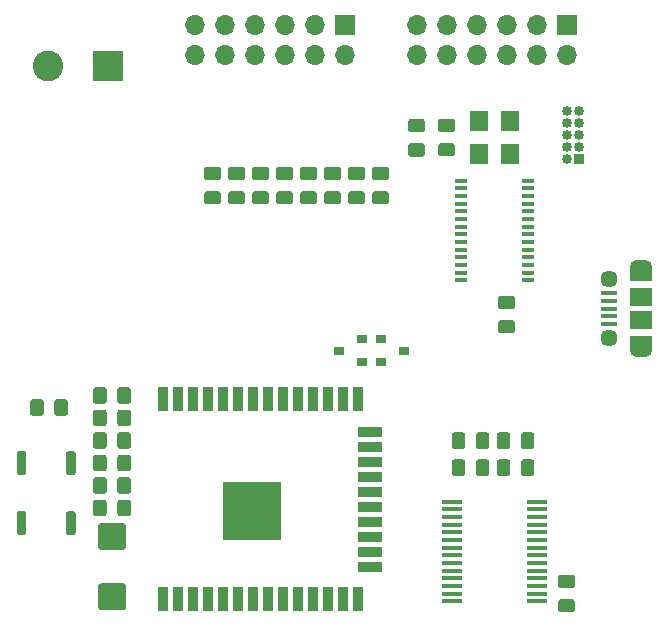
<source format=gbr>
G04 #@! TF.GenerationSoftware,KiCad,Pcbnew,5.1.5+dfsg1-2build2*
G04 #@! TF.CreationDate,2020-08-14T19:18:21+10:00*
G04 #@! TF.ProjectId,sid-board-v3_blocklayout,7369642d-626f-4617-9264-2d76335f626c,rev?*
G04 #@! TF.SameCoordinates,Original*
G04 #@! TF.FileFunction,Soldermask,Top*
G04 #@! TF.FilePolarity,Negative*
%FSLAX46Y46*%
G04 Gerber Fmt 4.6, Leading zero omitted, Abs format (unit mm)*
G04 Created by KiCad (PCBNEW 5.1.5+dfsg1-2build2) date 2020-08-14 19:18:21*
%MOMM*%
%LPD*%
G04 APERTURE LIST*
%ADD10O,1.700000X1.700000*%
%ADD11R,1.700000X1.700000*%
%ADD12C,0.100000*%
%ADD13R,1.900000X1.200000*%
%ADD14O,1.900000X1.200000*%
%ADD15R,1.900000X1.500000*%
%ADD16C,1.450000*%
%ADD17R,1.350000X0.400000*%
%ADD18C,2.600000*%
%ADD19R,2.600000X2.600000*%
%ADD20R,0.900000X0.800000*%
%ADD21R,0.900000X2.000000*%
%ADD22R,2.000000X0.900000*%
%ADD23R,5.000000X5.000000*%
%ADD24R,1.100000X0.400000*%
%ADD25R,1.750000X0.450000*%
%ADD26R,0.850000X0.850000*%
%ADD27O,0.850000X0.850000*%
%ADD28R,1.540000X1.800000*%
G04 APERTURE END LIST*
D10*
X152400000Y-71755000D03*
X152400000Y-69215000D03*
X154940000Y-71755000D03*
X154940000Y-69215000D03*
X157480000Y-71755000D03*
X157480000Y-69215000D03*
X160020000Y-71755000D03*
X160020000Y-69215000D03*
X162560000Y-71755000D03*
X162560000Y-69215000D03*
X165100000Y-71755000D03*
D11*
X165100000Y-69215000D03*
D12*
G36*
X125943505Y-103695204D02*
G01*
X125967773Y-103698804D01*
X125991572Y-103704765D01*
X126014671Y-103713030D01*
X126036850Y-103723520D01*
X126057893Y-103736132D01*
X126077599Y-103750747D01*
X126095777Y-103767223D01*
X126112253Y-103785401D01*
X126126868Y-103805107D01*
X126139480Y-103826150D01*
X126149970Y-103848329D01*
X126158235Y-103871428D01*
X126164196Y-103895227D01*
X126167796Y-103919495D01*
X126169000Y-103943999D01*
X126169000Y-104844001D01*
X126167796Y-104868505D01*
X126164196Y-104892773D01*
X126158235Y-104916572D01*
X126149970Y-104939671D01*
X126139480Y-104961850D01*
X126126868Y-104982893D01*
X126112253Y-105002599D01*
X126095777Y-105020777D01*
X126077599Y-105037253D01*
X126057893Y-105051868D01*
X126036850Y-105064480D01*
X126014671Y-105074970D01*
X125991572Y-105083235D01*
X125967773Y-105089196D01*
X125943505Y-105092796D01*
X125919001Y-105094000D01*
X125268999Y-105094000D01*
X125244495Y-105092796D01*
X125220227Y-105089196D01*
X125196428Y-105083235D01*
X125173329Y-105074970D01*
X125151150Y-105064480D01*
X125130107Y-105051868D01*
X125110401Y-105037253D01*
X125092223Y-105020777D01*
X125075747Y-105002599D01*
X125061132Y-104982893D01*
X125048520Y-104961850D01*
X125038030Y-104939671D01*
X125029765Y-104916572D01*
X125023804Y-104892773D01*
X125020204Y-104868505D01*
X125019000Y-104844001D01*
X125019000Y-103943999D01*
X125020204Y-103919495D01*
X125023804Y-103895227D01*
X125029765Y-103871428D01*
X125038030Y-103848329D01*
X125048520Y-103826150D01*
X125061132Y-103805107D01*
X125075747Y-103785401D01*
X125092223Y-103767223D01*
X125110401Y-103750747D01*
X125130107Y-103736132D01*
X125151150Y-103723520D01*
X125173329Y-103713030D01*
X125196428Y-103704765D01*
X125220227Y-103698804D01*
X125244495Y-103695204D01*
X125268999Y-103694000D01*
X125919001Y-103694000D01*
X125943505Y-103695204D01*
G37*
G36*
X127993505Y-103695204D02*
G01*
X128017773Y-103698804D01*
X128041572Y-103704765D01*
X128064671Y-103713030D01*
X128086850Y-103723520D01*
X128107893Y-103736132D01*
X128127599Y-103750747D01*
X128145777Y-103767223D01*
X128162253Y-103785401D01*
X128176868Y-103805107D01*
X128189480Y-103826150D01*
X128199970Y-103848329D01*
X128208235Y-103871428D01*
X128214196Y-103895227D01*
X128217796Y-103919495D01*
X128219000Y-103943999D01*
X128219000Y-104844001D01*
X128217796Y-104868505D01*
X128214196Y-104892773D01*
X128208235Y-104916572D01*
X128199970Y-104939671D01*
X128189480Y-104961850D01*
X128176868Y-104982893D01*
X128162253Y-105002599D01*
X128145777Y-105020777D01*
X128127599Y-105037253D01*
X128107893Y-105051868D01*
X128086850Y-105064480D01*
X128064671Y-105074970D01*
X128041572Y-105083235D01*
X128017773Y-105089196D01*
X127993505Y-105092796D01*
X127969001Y-105094000D01*
X127318999Y-105094000D01*
X127294495Y-105092796D01*
X127270227Y-105089196D01*
X127246428Y-105083235D01*
X127223329Y-105074970D01*
X127201150Y-105064480D01*
X127180107Y-105051868D01*
X127160401Y-105037253D01*
X127142223Y-105020777D01*
X127125747Y-105002599D01*
X127111132Y-104982893D01*
X127098520Y-104961850D01*
X127088030Y-104939671D01*
X127079765Y-104916572D01*
X127073804Y-104892773D01*
X127070204Y-104868505D01*
X127069000Y-104844001D01*
X127069000Y-103943999D01*
X127070204Y-103919495D01*
X127073804Y-103895227D01*
X127079765Y-103871428D01*
X127088030Y-103848329D01*
X127098520Y-103826150D01*
X127111132Y-103805107D01*
X127125747Y-103785401D01*
X127142223Y-103767223D01*
X127160401Y-103750747D01*
X127180107Y-103736132D01*
X127201150Y-103723520D01*
X127223329Y-103713030D01*
X127246428Y-103704765D01*
X127270227Y-103698804D01*
X127294495Y-103695204D01*
X127318999Y-103694000D01*
X127969001Y-103694000D01*
X127993505Y-103695204D01*
G37*
D10*
X133604000Y-71755000D03*
X133604000Y-69215000D03*
X136144000Y-71755000D03*
X136144000Y-69215000D03*
X138684000Y-71755000D03*
X138684000Y-69215000D03*
X141224000Y-71755000D03*
X141224000Y-69215000D03*
X143764000Y-71755000D03*
X143764000Y-69215000D03*
X146304000Y-71755000D03*
D11*
X146304000Y-69215000D03*
D12*
G36*
X155414505Y-79191204D02*
G01*
X155438773Y-79194804D01*
X155462572Y-79200765D01*
X155485671Y-79209030D01*
X155507850Y-79219520D01*
X155528893Y-79232132D01*
X155548599Y-79246747D01*
X155566777Y-79263223D01*
X155583253Y-79281401D01*
X155597868Y-79301107D01*
X155610480Y-79322150D01*
X155620970Y-79344329D01*
X155629235Y-79367428D01*
X155635196Y-79391227D01*
X155638796Y-79415495D01*
X155640000Y-79439999D01*
X155640000Y-80090001D01*
X155638796Y-80114505D01*
X155635196Y-80138773D01*
X155629235Y-80162572D01*
X155620970Y-80185671D01*
X155610480Y-80207850D01*
X155597868Y-80228893D01*
X155583253Y-80248599D01*
X155566777Y-80266777D01*
X155548599Y-80283253D01*
X155528893Y-80297868D01*
X155507850Y-80310480D01*
X155485671Y-80320970D01*
X155462572Y-80329235D01*
X155438773Y-80335196D01*
X155414505Y-80338796D01*
X155390001Y-80340000D01*
X154489999Y-80340000D01*
X154465495Y-80338796D01*
X154441227Y-80335196D01*
X154417428Y-80329235D01*
X154394329Y-80320970D01*
X154372150Y-80310480D01*
X154351107Y-80297868D01*
X154331401Y-80283253D01*
X154313223Y-80266777D01*
X154296747Y-80248599D01*
X154282132Y-80228893D01*
X154269520Y-80207850D01*
X154259030Y-80185671D01*
X154250765Y-80162572D01*
X154244804Y-80138773D01*
X154241204Y-80114505D01*
X154240000Y-80090001D01*
X154240000Y-79439999D01*
X154241204Y-79415495D01*
X154244804Y-79391227D01*
X154250765Y-79367428D01*
X154259030Y-79344329D01*
X154269520Y-79322150D01*
X154282132Y-79301107D01*
X154296747Y-79281401D01*
X154313223Y-79263223D01*
X154331401Y-79246747D01*
X154351107Y-79232132D01*
X154372150Y-79219520D01*
X154394329Y-79209030D01*
X154417428Y-79200765D01*
X154441227Y-79194804D01*
X154465495Y-79191204D01*
X154489999Y-79190000D01*
X155390001Y-79190000D01*
X155414505Y-79191204D01*
G37*
G36*
X155414505Y-77141204D02*
G01*
X155438773Y-77144804D01*
X155462572Y-77150765D01*
X155485671Y-77159030D01*
X155507850Y-77169520D01*
X155528893Y-77182132D01*
X155548599Y-77196747D01*
X155566777Y-77213223D01*
X155583253Y-77231401D01*
X155597868Y-77251107D01*
X155610480Y-77272150D01*
X155620970Y-77294329D01*
X155629235Y-77317428D01*
X155635196Y-77341227D01*
X155638796Y-77365495D01*
X155640000Y-77389999D01*
X155640000Y-78040001D01*
X155638796Y-78064505D01*
X155635196Y-78088773D01*
X155629235Y-78112572D01*
X155620970Y-78135671D01*
X155610480Y-78157850D01*
X155597868Y-78178893D01*
X155583253Y-78198599D01*
X155566777Y-78216777D01*
X155548599Y-78233253D01*
X155528893Y-78247868D01*
X155507850Y-78260480D01*
X155485671Y-78270970D01*
X155462572Y-78279235D01*
X155438773Y-78285196D01*
X155414505Y-78288796D01*
X155390001Y-78290000D01*
X154489999Y-78290000D01*
X154465495Y-78288796D01*
X154441227Y-78285196D01*
X154417428Y-78279235D01*
X154394329Y-78270970D01*
X154372150Y-78260480D01*
X154351107Y-78247868D01*
X154331401Y-78233253D01*
X154313223Y-78216777D01*
X154296747Y-78198599D01*
X154282132Y-78178893D01*
X154269520Y-78157850D01*
X154259030Y-78135671D01*
X154250765Y-78112572D01*
X154244804Y-78088773D01*
X154241204Y-78064505D01*
X154240000Y-78040001D01*
X154240000Y-77389999D01*
X154241204Y-77365495D01*
X154244804Y-77341227D01*
X154250765Y-77317428D01*
X154259030Y-77294329D01*
X154269520Y-77272150D01*
X154282132Y-77251107D01*
X154296747Y-77231401D01*
X154313223Y-77213223D01*
X154331401Y-77196747D01*
X154351107Y-77182132D01*
X154372150Y-77169520D01*
X154394329Y-77159030D01*
X154417428Y-77150765D01*
X154441227Y-77144804D01*
X154465495Y-77141204D01*
X154489999Y-77140000D01*
X155390001Y-77140000D01*
X155414505Y-77141204D01*
G37*
G36*
X127993505Y-99885204D02*
G01*
X128017773Y-99888804D01*
X128041572Y-99894765D01*
X128064671Y-99903030D01*
X128086850Y-99913520D01*
X128107893Y-99926132D01*
X128127599Y-99940747D01*
X128145777Y-99957223D01*
X128162253Y-99975401D01*
X128176868Y-99995107D01*
X128189480Y-100016150D01*
X128199970Y-100038329D01*
X128208235Y-100061428D01*
X128214196Y-100085227D01*
X128217796Y-100109495D01*
X128219000Y-100133999D01*
X128219000Y-101034001D01*
X128217796Y-101058505D01*
X128214196Y-101082773D01*
X128208235Y-101106572D01*
X128199970Y-101129671D01*
X128189480Y-101151850D01*
X128176868Y-101172893D01*
X128162253Y-101192599D01*
X128145777Y-101210777D01*
X128127599Y-101227253D01*
X128107893Y-101241868D01*
X128086850Y-101254480D01*
X128064671Y-101264970D01*
X128041572Y-101273235D01*
X128017773Y-101279196D01*
X127993505Y-101282796D01*
X127969001Y-101284000D01*
X127318999Y-101284000D01*
X127294495Y-101282796D01*
X127270227Y-101279196D01*
X127246428Y-101273235D01*
X127223329Y-101264970D01*
X127201150Y-101254480D01*
X127180107Y-101241868D01*
X127160401Y-101227253D01*
X127142223Y-101210777D01*
X127125747Y-101192599D01*
X127111132Y-101172893D01*
X127098520Y-101151850D01*
X127088030Y-101129671D01*
X127079765Y-101106572D01*
X127073804Y-101082773D01*
X127070204Y-101058505D01*
X127069000Y-101034001D01*
X127069000Y-100133999D01*
X127070204Y-100109495D01*
X127073804Y-100085227D01*
X127079765Y-100061428D01*
X127088030Y-100038329D01*
X127098520Y-100016150D01*
X127111132Y-99995107D01*
X127125747Y-99975401D01*
X127142223Y-99957223D01*
X127160401Y-99940747D01*
X127180107Y-99926132D01*
X127201150Y-99913520D01*
X127223329Y-99903030D01*
X127246428Y-99894765D01*
X127270227Y-99888804D01*
X127294495Y-99885204D01*
X127318999Y-99884000D01*
X127969001Y-99884000D01*
X127993505Y-99885204D01*
G37*
G36*
X125943505Y-99885204D02*
G01*
X125967773Y-99888804D01*
X125991572Y-99894765D01*
X126014671Y-99903030D01*
X126036850Y-99913520D01*
X126057893Y-99926132D01*
X126077599Y-99940747D01*
X126095777Y-99957223D01*
X126112253Y-99975401D01*
X126126868Y-99995107D01*
X126139480Y-100016150D01*
X126149970Y-100038329D01*
X126158235Y-100061428D01*
X126164196Y-100085227D01*
X126167796Y-100109495D01*
X126169000Y-100133999D01*
X126169000Y-101034001D01*
X126167796Y-101058505D01*
X126164196Y-101082773D01*
X126158235Y-101106572D01*
X126149970Y-101129671D01*
X126139480Y-101151850D01*
X126126868Y-101172893D01*
X126112253Y-101192599D01*
X126095777Y-101210777D01*
X126077599Y-101227253D01*
X126057893Y-101241868D01*
X126036850Y-101254480D01*
X126014671Y-101264970D01*
X125991572Y-101273235D01*
X125967773Y-101279196D01*
X125943505Y-101282796D01*
X125919001Y-101284000D01*
X125268999Y-101284000D01*
X125244495Y-101282796D01*
X125220227Y-101279196D01*
X125196428Y-101273235D01*
X125173329Y-101264970D01*
X125151150Y-101254480D01*
X125130107Y-101241868D01*
X125110401Y-101227253D01*
X125092223Y-101210777D01*
X125075747Y-101192599D01*
X125061132Y-101172893D01*
X125048520Y-101151850D01*
X125038030Y-101129671D01*
X125029765Y-101106572D01*
X125023804Y-101082773D01*
X125020204Y-101058505D01*
X125019000Y-101034001D01*
X125019000Y-100133999D01*
X125020204Y-100109495D01*
X125023804Y-100085227D01*
X125029765Y-100061428D01*
X125038030Y-100038329D01*
X125048520Y-100016150D01*
X125061132Y-99995107D01*
X125075747Y-99975401D01*
X125092223Y-99957223D01*
X125110401Y-99940747D01*
X125130107Y-99926132D01*
X125151150Y-99913520D01*
X125173329Y-99903030D01*
X125196428Y-99894765D01*
X125220227Y-99888804D01*
X125244495Y-99885204D01*
X125268999Y-99884000D01*
X125919001Y-99884000D01*
X125943505Y-99885204D01*
G37*
G36*
X149826505Y-83255204D02*
G01*
X149850773Y-83258804D01*
X149874572Y-83264765D01*
X149897671Y-83273030D01*
X149919850Y-83283520D01*
X149940893Y-83296132D01*
X149960599Y-83310747D01*
X149978777Y-83327223D01*
X149995253Y-83345401D01*
X150009868Y-83365107D01*
X150022480Y-83386150D01*
X150032970Y-83408329D01*
X150041235Y-83431428D01*
X150047196Y-83455227D01*
X150050796Y-83479495D01*
X150052000Y-83503999D01*
X150052000Y-84154001D01*
X150050796Y-84178505D01*
X150047196Y-84202773D01*
X150041235Y-84226572D01*
X150032970Y-84249671D01*
X150022480Y-84271850D01*
X150009868Y-84292893D01*
X149995253Y-84312599D01*
X149978777Y-84330777D01*
X149960599Y-84347253D01*
X149940893Y-84361868D01*
X149919850Y-84374480D01*
X149897671Y-84384970D01*
X149874572Y-84393235D01*
X149850773Y-84399196D01*
X149826505Y-84402796D01*
X149802001Y-84404000D01*
X148901999Y-84404000D01*
X148877495Y-84402796D01*
X148853227Y-84399196D01*
X148829428Y-84393235D01*
X148806329Y-84384970D01*
X148784150Y-84374480D01*
X148763107Y-84361868D01*
X148743401Y-84347253D01*
X148725223Y-84330777D01*
X148708747Y-84312599D01*
X148694132Y-84292893D01*
X148681520Y-84271850D01*
X148671030Y-84249671D01*
X148662765Y-84226572D01*
X148656804Y-84202773D01*
X148653204Y-84178505D01*
X148652000Y-84154001D01*
X148652000Y-83503999D01*
X148653204Y-83479495D01*
X148656804Y-83455227D01*
X148662765Y-83431428D01*
X148671030Y-83408329D01*
X148681520Y-83386150D01*
X148694132Y-83365107D01*
X148708747Y-83345401D01*
X148725223Y-83327223D01*
X148743401Y-83310747D01*
X148763107Y-83296132D01*
X148784150Y-83283520D01*
X148806329Y-83273030D01*
X148829428Y-83264765D01*
X148853227Y-83258804D01*
X148877495Y-83255204D01*
X148901999Y-83254000D01*
X149802001Y-83254000D01*
X149826505Y-83255204D01*
G37*
G36*
X149826505Y-81205204D02*
G01*
X149850773Y-81208804D01*
X149874572Y-81214765D01*
X149897671Y-81223030D01*
X149919850Y-81233520D01*
X149940893Y-81246132D01*
X149960599Y-81260747D01*
X149978777Y-81277223D01*
X149995253Y-81295401D01*
X150009868Y-81315107D01*
X150022480Y-81336150D01*
X150032970Y-81358329D01*
X150041235Y-81381428D01*
X150047196Y-81405227D01*
X150050796Y-81429495D01*
X150052000Y-81453999D01*
X150052000Y-82104001D01*
X150050796Y-82128505D01*
X150047196Y-82152773D01*
X150041235Y-82176572D01*
X150032970Y-82199671D01*
X150022480Y-82221850D01*
X150009868Y-82242893D01*
X149995253Y-82262599D01*
X149978777Y-82280777D01*
X149960599Y-82297253D01*
X149940893Y-82311868D01*
X149919850Y-82324480D01*
X149897671Y-82334970D01*
X149874572Y-82343235D01*
X149850773Y-82349196D01*
X149826505Y-82352796D01*
X149802001Y-82354000D01*
X148901999Y-82354000D01*
X148877495Y-82352796D01*
X148853227Y-82349196D01*
X148829428Y-82343235D01*
X148806329Y-82334970D01*
X148784150Y-82324480D01*
X148763107Y-82311868D01*
X148743401Y-82297253D01*
X148725223Y-82280777D01*
X148708747Y-82262599D01*
X148694132Y-82242893D01*
X148681520Y-82221850D01*
X148671030Y-82199671D01*
X148662765Y-82176572D01*
X148656804Y-82152773D01*
X148653204Y-82128505D01*
X148652000Y-82104001D01*
X148652000Y-81453999D01*
X148653204Y-81429495D01*
X148656804Y-81405227D01*
X148662765Y-81381428D01*
X148671030Y-81358329D01*
X148681520Y-81336150D01*
X148694132Y-81315107D01*
X148708747Y-81295401D01*
X148725223Y-81277223D01*
X148743401Y-81260747D01*
X148763107Y-81246132D01*
X148784150Y-81233520D01*
X148806329Y-81223030D01*
X148829428Y-81214765D01*
X148853227Y-81208804D01*
X148877495Y-81205204D01*
X148901999Y-81204000D01*
X149802001Y-81204000D01*
X149826505Y-81205204D01*
G37*
G36*
X120609505Y-100901204D02*
G01*
X120633773Y-100904804D01*
X120657572Y-100910765D01*
X120680671Y-100919030D01*
X120702850Y-100929520D01*
X120723893Y-100942132D01*
X120743599Y-100956747D01*
X120761777Y-100973223D01*
X120778253Y-100991401D01*
X120792868Y-101011107D01*
X120805480Y-101032150D01*
X120815970Y-101054329D01*
X120824235Y-101077428D01*
X120830196Y-101101227D01*
X120833796Y-101125495D01*
X120835000Y-101149999D01*
X120835000Y-102050001D01*
X120833796Y-102074505D01*
X120830196Y-102098773D01*
X120824235Y-102122572D01*
X120815970Y-102145671D01*
X120805480Y-102167850D01*
X120792868Y-102188893D01*
X120778253Y-102208599D01*
X120761777Y-102226777D01*
X120743599Y-102243253D01*
X120723893Y-102257868D01*
X120702850Y-102270480D01*
X120680671Y-102280970D01*
X120657572Y-102289235D01*
X120633773Y-102295196D01*
X120609505Y-102298796D01*
X120585001Y-102300000D01*
X119934999Y-102300000D01*
X119910495Y-102298796D01*
X119886227Y-102295196D01*
X119862428Y-102289235D01*
X119839329Y-102280970D01*
X119817150Y-102270480D01*
X119796107Y-102257868D01*
X119776401Y-102243253D01*
X119758223Y-102226777D01*
X119741747Y-102208599D01*
X119727132Y-102188893D01*
X119714520Y-102167850D01*
X119704030Y-102145671D01*
X119695765Y-102122572D01*
X119689804Y-102098773D01*
X119686204Y-102074505D01*
X119685000Y-102050001D01*
X119685000Y-101149999D01*
X119686204Y-101125495D01*
X119689804Y-101101227D01*
X119695765Y-101077428D01*
X119704030Y-101054329D01*
X119714520Y-101032150D01*
X119727132Y-101011107D01*
X119741747Y-100991401D01*
X119758223Y-100973223D01*
X119776401Y-100956747D01*
X119796107Y-100942132D01*
X119817150Y-100929520D01*
X119839329Y-100919030D01*
X119862428Y-100910765D01*
X119886227Y-100904804D01*
X119910495Y-100901204D01*
X119934999Y-100900000D01*
X120585001Y-100900000D01*
X120609505Y-100901204D01*
G37*
G36*
X122659505Y-100901204D02*
G01*
X122683773Y-100904804D01*
X122707572Y-100910765D01*
X122730671Y-100919030D01*
X122752850Y-100929520D01*
X122773893Y-100942132D01*
X122793599Y-100956747D01*
X122811777Y-100973223D01*
X122828253Y-100991401D01*
X122842868Y-101011107D01*
X122855480Y-101032150D01*
X122865970Y-101054329D01*
X122874235Y-101077428D01*
X122880196Y-101101227D01*
X122883796Y-101125495D01*
X122885000Y-101149999D01*
X122885000Y-102050001D01*
X122883796Y-102074505D01*
X122880196Y-102098773D01*
X122874235Y-102122572D01*
X122865970Y-102145671D01*
X122855480Y-102167850D01*
X122842868Y-102188893D01*
X122828253Y-102208599D01*
X122811777Y-102226777D01*
X122793599Y-102243253D01*
X122773893Y-102257868D01*
X122752850Y-102270480D01*
X122730671Y-102280970D01*
X122707572Y-102289235D01*
X122683773Y-102295196D01*
X122659505Y-102298796D01*
X122635001Y-102300000D01*
X121984999Y-102300000D01*
X121960495Y-102298796D01*
X121936227Y-102295196D01*
X121912428Y-102289235D01*
X121889329Y-102280970D01*
X121867150Y-102270480D01*
X121846107Y-102257868D01*
X121826401Y-102243253D01*
X121808223Y-102226777D01*
X121791747Y-102208599D01*
X121777132Y-102188893D01*
X121764520Y-102167850D01*
X121754030Y-102145671D01*
X121745765Y-102122572D01*
X121739804Y-102098773D01*
X121736204Y-102074505D01*
X121735000Y-102050001D01*
X121735000Y-101149999D01*
X121736204Y-101125495D01*
X121739804Y-101101227D01*
X121745765Y-101077428D01*
X121754030Y-101054329D01*
X121764520Y-101032150D01*
X121777132Y-101011107D01*
X121791747Y-100991401D01*
X121808223Y-100973223D01*
X121826401Y-100956747D01*
X121846107Y-100942132D01*
X121867150Y-100929520D01*
X121889329Y-100919030D01*
X121912428Y-100910765D01*
X121936227Y-100904804D01*
X121960495Y-100901204D01*
X121984999Y-100900000D01*
X122635001Y-100900000D01*
X122659505Y-100901204D01*
G37*
G36*
X135602505Y-83255204D02*
G01*
X135626773Y-83258804D01*
X135650572Y-83264765D01*
X135673671Y-83273030D01*
X135695850Y-83283520D01*
X135716893Y-83296132D01*
X135736599Y-83310747D01*
X135754777Y-83327223D01*
X135771253Y-83345401D01*
X135785868Y-83365107D01*
X135798480Y-83386150D01*
X135808970Y-83408329D01*
X135817235Y-83431428D01*
X135823196Y-83455227D01*
X135826796Y-83479495D01*
X135828000Y-83503999D01*
X135828000Y-84154001D01*
X135826796Y-84178505D01*
X135823196Y-84202773D01*
X135817235Y-84226572D01*
X135808970Y-84249671D01*
X135798480Y-84271850D01*
X135785868Y-84292893D01*
X135771253Y-84312599D01*
X135754777Y-84330777D01*
X135736599Y-84347253D01*
X135716893Y-84361868D01*
X135695850Y-84374480D01*
X135673671Y-84384970D01*
X135650572Y-84393235D01*
X135626773Y-84399196D01*
X135602505Y-84402796D01*
X135578001Y-84404000D01*
X134677999Y-84404000D01*
X134653495Y-84402796D01*
X134629227Y-84399196D01*
X134605428Y-84393235D01*
X134582329Y-84384970D01*
X134560150Y-84374480D01*
X134539107Y-84361868D01*
X134519401Y-84347253D01*
X134501223Y-84330777D01*
X134484747Y-84312599D01*
X134470132Y-84292893D01*
X134457520Y-84271850D01*
X134447030Y-84249671D01*
X134438765Y-84226572D01*
X134432804Y-84202773D01*
X134429204Y-84178505D01*
X134428000Y-84154001D01*
X134428000Y-83503999D01*
X134429204Y-83479495D01*
X134432804Y-83455227D01*
X134438765Y-83431428D01*
X134447030Y-83408329D01*
X134457520Y-83386150D01*
X134470132Y-83365107D01*
X134484747Y-83345401D01*
X134501223Y-83327223D01*
X134519401Y-83310747D01*
X134539107Y-83296132D01*
X134560150Y-83283520D01*
X134582329Y-83273030D01*
X134605428Y-83264765D01*
X134629227Y-83258804D01*
X134653495Y-83255204D01*
X134677999Y-83254000D01*
X135578001Y-83254000D01*
X135602505Y-83255204D01*
G37*
G36*
X135602505Y-81205204D02*
G01*
X135626773Y-81208804D01*
X135650572Y-81214765D01*
X135673671Y-81223030D01*
X135695850Y-81233520D01*
X135716893Y-81246132D01*
X135736599Y-81260747D01*
X135754777Y-81277223D01*
X135771253Y-81295401D01*
X135785868Y-81315107D01*
X135798480Y-81336150D01*
X135808970Y-81358329D01*
X135817235Y-81381428D01*
X135823196Y-81405227D01*
X135826796Y-81429495D01*
X135828000Y-81453999D01*
X135828000Y-82104001D01*
X135826796Y-82128505D01*
X135823196Y-82152773D01*
X135817235Y-82176572D01*
X135808970Y-82199671D01*
X135798480Y-82221850D01*
X135785868Y-82242893D01*
X135771253Y-82262599D01*
X135754777Y-82280777D01*
X135736599Y-82297253D01*
X135716893Y-82311868D01*
X135695850Y-82324480D01*
X135673671Y-82334970D01*
X135650572Y-82343235D01*
X135626773Y-82349196D01*
X135602505Y-82352796D01*
X135578001Y-82354000D01*
X134677999Y-82354000D01*
X134653495Y-82352796D01*
X134629227Y-82349196D01*
X134605428Y-82343235D01*
X134582329Y-82334970D01*
X134560150Y-82324480D01*
X134539107Y-82311868D01*
X134519401Y-82297253D01*
X134501223Y-82280777D01*
X134484747Y-82262599D01*
X134470132Y-82242893D01*
X134457520Y-82221850D01*
X134447030Y-82199671D01*
X134438765Y-82176572D01*
X134432804Y-82152773D01*
X134429204Y-82128505D01*
X134428000Y-82104001D01*
X134428000Y-81453999D01*
X134429204Y-81429495D01*
X134432804Y-81405227D01*
X134438765Y-81381428D01*
X134447030Y-81358329D01*
X134457520Y-81336150D01*
X134470132Y-81315107D01*
X134484747Y-81295401D01*
X134501223Y-81277223D01*
X134519401Y-81260747D01*
X134539107Y-81246132D01*
X134560150Y-81233520D01*
X134582329Y-81223030D01*
X134605428Y-81214765D01*
X134629227Y-81208804D01*
X134653495Y-81205204D01*
X134677999Y-81204000D01*
X135578001Y-81204000D01*
X135602505Y-81205204D01*
G37*
D13*
X171417500Y-96118000D03*
X171417500Y-90318000D03*
D14*
X171417500Y-89718000D03*
X171417500Y-96718000D03*
D15*
X171417500Y-94218000D03*
D16*
X168717500Y-90718000D03*
D17*
X168717500Y-93218000D03*
X168717500Y-92568000D03*
X168717500Y-91918000D03*
X168717500Y-94518000D03*
X168717500Y-93868000D03*
D16*
X168717500Y-95718000D03*
D15*
X171417500Y-92218000D03*
D12*
G36*
X137634505Y-81205204D02*
G01*
X137658773Y-81208804D01*
X137682572Y-81214765D01*
X137705671Y-81223030D01*
X137727850Y-81233520D01*
X137748893Y-81246132D01*
X137768599Y-81260747D01*
X137786777Y-81277223D01*
X137803253Y-81295401D01*
X137817868Y-81315107D01*
X137830480Y-81336150D01*
X137840970Y-81358329D01*
X137849235Y-81381428D01*
X137855196Y-81405227D01*
X137858796Y-81429495D01*
X137860000Y-81453999D01*
X137860000Y-82104001D01*
X137858796Y-82128505D01*
X137855196Y-82152773D01*
X137849235Y-82176572D01*
X137840970Y-82199671D01*
X137830480Y-82221850D01*
X137817868Y-82242893D01*
X137803253Y-82262599D01*
X137786777Y-82280777D01*
X137768599Y-82297253D01*
X137748893Y-82311868D01*
X137727850Y-82324480D01*
X137705671Y-82334970D01*
X137682572Y-82343235D01*
X137658773Y-82349196D01*
X137634505Y-82352796D01*
X137610001Y-82354000D01*
X136709999Y-82354000D01*
X136685495Y-82352796D01*
X136661227Y-82349196D01*
X136637428Y-82343235D01*
X136614329Y-82334970D01*
X136592150Y-82324480D01*
X136571107Y-82311868D01*
X136551401Y-82297253D01*
X136533223Y-82280777D01*
X136516747Y-82262599D01*
X136502132Y-82242893D01*
X136489520Y-82221850D01*
X136479030Y-82199671D01*
X136470765Y-82176572D01*
X136464804Y-82152773D01*
X136461204Y-82128505D01*
X136460000Y-82104001D01*
X136460000Y-81453999D01*
X136461204Y-81429495D01*
X136464804Y-81405227D01*
X136470765Y-81381428D01*
X136479030Y-81358329D01*
X136489520Y-81336150D01*
X136502132Y-81315107D01*
X136516747Y-81295401D01*
X136533223Y-81277223D01*
X136551401Y-81260747D01*
X136571107Y-81246132D01*
X136592150Y-81233520D01*
X136614329Y-81223030D01*
X136637428Y-81214765D01*
X136661227Y-81208804D01*
X136685495Y-81205204D01*
X136709999Y-81204000D01*
X137610001Y-81204000D01*
X137634505Y-81205204D01*
G37*
G36*
X137634505Y-83255204D02*
G01*
X137658773Y-83258804D01*
X137682572Y-83264765D01*
X137705671Y-83273030D01*
X137727850Y-83283520D01*
X137748893Y-83296132D01*
X137768599Y-83310747D01*
X137786777Y-83327223D01*
X137803253Y-83345401D01*
X137817868Y-83365107D01*
X137830480Y-83386150D01*
X137840970Y-83408329D01*
X137849235Y-83431428D01*
X137855196Y-83455227D01*
X137858796Y-83479495D01*
X137860000Y-83503999D01*
X137860000Y-84154001D01*
X137858796Y-84178505D01*
X137855196Y-84202773D01*
X137849235Y-84226572D01*
X137840970Y-84249671D01*
X137830480Y-84271850D01*
X137817868Y-84292893D01*
X137803253Y-84312599D01*
X137786777Y-84330777D01*
X137768599Y-84347253D01*
X137748893Y-84361868D01*
X137727850Y-84374480D01*
X137705671Y-84384970D01*
X137682572Y-84393235D01*
X137658773Y-84399196D01*
X137634505Y-84402796D01*
X137610001Y-84404000D01*
X136709999Y-84404000D01*
X136685495Y-84402796D01*
X136661227Y-84399196D01*
X136637428Y-84393235D01*
X136614329Y-84384970D01*
X136592150Y-84374480D01*
X136571107Y-84361868D01*
X136551401Y-84347253D01*
X136533223Y-84330777D01*
X136516747Y-84312599D01*
X136502132Y-84292893D01*
X136489520Y-84271850D01*
X136479030Y-84249671D01*
X136470765Y-84226572D01*
X136464804Y-84202773D01*
X136461204Y-84178505D01*
X136460000Y-84154001D01*
X136460000Y-83503999D01*
X136461204Y-83479495D01*
X136464804Y-83455227D01*
X136470765Y-83431428D01*
X136479030Y-83408329D01*
X136489520Y-83386150D01*
X136502132Y-83365107D01*
X136516747Y-83345401D01*
X136533223Y-83327223D01*
X136551401Y-83310747D01*
X136571107Y-83296132D01*
X136592150Y-83283520D01*
X136614329Y-83273030D01*
X136637428Y-83264765D01*
X136661227Y-83258804D01*
X136685495Y-83255204D01*
X136709999Y-83254000D01*
X137610001Y-83254000D01*
X137634505Y-83255204D01*
G37*
D18*
X121158000Y-72644000D03*
D19*
X126238000Y-72644000D03*
D20*
X151368000Y-96774000D03*
X149368000Y-97724000D03*
X149368000Y-95824000D03*
X147812000Y-97724000D03*
X147812000Y-95824000D03*
X145812000Y-96774000D03*
D12*
G36*
X127993505Y-107505204D02*
G01*
X128017773Y-107508804D01*
X128041572Y-107514765D01*
X128064671Y-107523030D01*
X128086850Y-107533520D01*
X128107893Y-107546132D01*
X128127599Y-107560747D01*
X128145777Y-107577223D01*
X128162253Y-107595401D01*
X128176868Y-107615107D01*
X128189480Y-107636150D01*
X128199970Y-107658329D01*
X128208235Y-107681428D01*
X128214196Y-107705227D01*
X128217796Y-107729495D01*
X128219000Y-107753999D01*
X128219000Y-108654001D01*
X128217796Y-108678505D01*
X128214196Y-108702773D01*
X128208235Y-108726572D01*
X128199970Y-108749671D01*
X128189480Y-108771850D01*
X128176868Y-108792893D01*
X128162253Y-108812599D01*
X128145777Y-108830777D01*
X128127599Y-108847253D01*
X128107893Y-108861868D01*
X128086850Y-108874480D01*
X128064671Y-108884970D01*
X128041572Y-108893235D01*
X128017773Y-108899196D01*
X127993505Y-108902796D01*
X127969001Y-108904000D01*
X127318999Y-108904000D01*
X127294495Y-108902796D01*
X127270227Y-108899196D01*
X127246428Y-108893235D01*
X127223329Y-108884970D01*
X127201150Y-108874480D01*
X127180107Y-108861868D01*
X127160401Y-108847253D01*
X127142223Y-108830777D01*
X127125747Y-108812599D01*
X127111132Y-108792893D01*
X127098520Y-108771850D01*
X127088030Y-108749671D01*
X127079765Y-108726572D01*
X127073804Y-108702773D01*
X127070204Y-108678505D01*
X127069000Y-108654001D01*
X127069000Y-107753999D01*
X127070204Y-107729495D01*
X127073804Y-107705227D01*
X127079765Y-107681428D01*
X127088030Y-107658329D01*
X127098520Y-107636150D01*
X127111132Y-107615107D01*
X127125747Y-107595401D01*
X127142223Y-107577223D01*
X127160401Y-107560747D01*
X127180107Y-107546132D01*
X127201150Y-107533520D01*
X127223329Y-107523030D01*
X127246428Y-107514765D01*
X127270227Y-107508804D01*
X127294495Y-107505204D01*
X127318999Y-107504000D01*
X127969001Y-107504000D01*
X127993505Y-107505204D01*
G37*
G36*
X125943505Y-107505204D02*
G01*
X125967773Y-107508804D01*
X125991572Y-107514765D01*
X126014671Y-107523030D01*
X126036850Y-107533520D01*
X126057893Y-107546132D01*
X126077599Y-107560747D01*
X126095777Y-107577223D01*
X126112253Y-107595401D01*
X126126868Y-107615107D01*
X126139480Y-107636150D01*
X126149970Y-107658329D01*
X126158235Y-107681428D01*
X126164196Y-107705227D01*
X126167796Y-107729495D01*
X126169000Y-107753999D01*
X126169000Y-108654001D01*
X126167796Y-108678505D01*
X126164196Y-108702773D01*
X126158235Y-108726572D01*
X126149970Y-108749671D01*
X126139480Y-108771850D01*
X126126868Y-108792893D01*
X126112253Y-108812599D01*
X126095777Y-108830777D01*
X126077599Y-108847253D01*
X126057893Y-108861868D01*
X126036850Y-108874480D01*
X126014671Y-108884970D01*
X125991572Y-108893235D01*
X125967773Y-108899196D01*
X125943505Y-108902796D01*
X125919001Y-108904000D01*
X125268999Y-108904000D01*
X125244495Y-108902796D01*
X125220227Y-108899196D01*
X125196428Y-108893235D01*
X125173329Y-108884970D01*
X125151150Y-108874480D01*
X125130107Y-108861868D01*
X125110401Y-108847253D01*
X125092223Y-108830777D01*
X125075747Y-108812599D01*
X125061132Y-108792893D01*
X125048520Y-108771850D01*
X125038030Y-108749671D01*
X125029765Y-108726572D01*
X125023804Y-108702773D01*
X125020204Y-108678505D01*
X125019000Y-108654001D01*
X125019000Y-107753999D01*
X125020204Y-107729495D01*
X125023804Y-107705227D01*
X125029765Y-107681428D01*
X125038030Y-107658329D01*
X125048520Y-107636150D01*
X125061132Y-107615107D01*
X125075747Y-107595401D01*
X125092223Y-107577223D01*
X125110401Y-107560747D01*
X125130107Y-107546132D01*
X125151150Y-107533520D01*
X125173329Y-107523030D01*
X125196428Y-107514765D01*
X125220227Y-107508804D01*
X125244495Y-107505204D01*
X125268999Y-107504000D01*
X125919001Y-107504000D01*
X125943505Y-107505204D01*
G37*
G36*
X156296505Y-103695204D02*
G01*
X156320773Y-103698804D01*
X156344572Y-103704765D01*
X156367671Y-103713030D01*
X156389850Y-103723520D01*
X156410893Y-103736132D01*
X156430599Y-103750747D01*
X156448777Y-103767223D01*
X156465253Y-103785401D01*
X156479868Y-103805107D01*
X156492480Y-103826150D01*
X156502970Y-103848329D01*
X156511235Y-103871428D01*
X156517196Y-103895227D01*
X156520796Y-103919495D01*
X156522000Y-103943999D01*
X156522000Y-104844001D01*
X156520796Y-104868505D01*
X156517196Y-104892773D01*
X156511235Y-104916572D01*
X156502970Y-104939671D01*
X156492480Y-104961850D01*
X156479868Y-104982893D01*
X156465253Y-105002599D01*
X156448777Y-105020777D01*
X156430599Y-105037253D01*
X156410893Y-105051868D01*
X156389850Y-105064480D01*
X156367671Y-105074970D01*
X156344572Y-105083235D01*
X156320773Y-105089196D01*
X156296505Y-105092796D01*
X156272001Y-105094000D01*
X155621999Y-105094000D01*
X155597495Y-105092796D01*
X155573227Y-105089196D01*
X155549428Y-105083235D01*
X155526329Y-105074970D01*
X155504150Y-105064480D01*
X155483107Y-105051868D01*
X155463401Y-105037253D01*
X155445223Y-105020777D01*
X155428747Y-105002599D01*
X155414132Y-104982893D01*
X155401520Y-104961850D01*
X155391030Y-104939671D01*
X155382765Y-104916572D01*
X155376804Y-104892773D01*
X155373204Y-104868505D01*
X155372000Y-104844001D01*
X155372000Y-103943999D01*
X155373204Y-103919495D01*
X155376804Y-103895227D01*
X155382765Y-103871428D01*
X155391030Y-103848329D01*
X155401520Y-103826150D01*
X155414132Y-103805107D01*
X155428747Y-103785401D01*
X155445223Y-103767223D01*
X155463401Y-103750747D01*
X155483107Y-103736132D01*
X155504150Y-103723520D01*
X155526329Y-103713030D01*
X155549428Y-103704765D01*
X155573227Y-103698804D01*
X155597495Y-103695204D01*
X155621999Y-103694000D01*
X156272001Y-103694000D01*
X156296505Y-103695204D01*
G37*
G36*
X158346505Y-103695204D02*
G01*
X158370773Y-103698804D01*
X158394572Y-103704765D01*
X158417671Y-103713030D01*
X158439850Y-103723520D01*
X158460893Y-103736132D01*
X158480599Y-103750747D01*
X158498777Y-103767223D01*
X158515253Y-103785401D01*
X158529868Y-103805107D01*
X158542480Y-103826150D01*
X158552970Y-103848329D01*
X158561235Y-103871428D01*
X158567196Y-103895227D01*
X158570796Y-103919495D01*
X158572000Y-103943999D01*
X158572000Y-104844001D01*
X158570796Y-104868505D01*
X158567196Y-104892773D01*
X158561235Y-104916572D01*
X158552970Y-104939671D01*
X158542480Y-104961850D01*
X158529868Y-104982893D01*
X158515253Y-105002599D01*
X158498777Y-105020777D01*
X158480599Y-105037253D01*
X158460893Y-105051868D01*
X158439850Y-105064480D01*
X158417671Y-105074970D01*
X158394572Y-105083235D01*
X158370773Y-105089196D01*
X158346505Y-105092796D01*
X158322001Y-105094000D01*
X157671999Y-105094000D01*
X157647495Y-105092796D01*
X157623227Y-105089196D01*
X157599428Y-105083235D01*
X157576329Y-105074970D01*
X157554150Y-105064480D01*
X157533107Y-105051868D01*
X157513401Y-105037253D01*
X157495223Y-105020777D01*
X157478747Y-105002599D01*
X157464132Y-104982893D01*
X157451520Y-104961850D01*
X157441030Y-104939671D01*
X157432765Y-104916572D01*
X157426804Y-104892773D01*
X157423204Y-104868505D01*
X157422000Y-104844001D01*
X157422000Y-103943999D01*
X157423204Y-103919495D01*
X157426804Y-103895227D01*
X157432765Y-103871428D01*
X157441030Y-103848329D01*
X157451520Y-103826150D01*
X157464132Y-103805107D01*
X157478747Y-103785401D01*
X157495223Y-103767223D01*
X157513401Y-103750747D01*
X157533107Y-103736132D01*
X157554150Y-103723520D01*
X157576329Y-103713030D01*
X157599428Y-103704765D01*
X157623227Y-103698804D01*
X157647495Y-103695204D01*
X157671999Y-103694000D01*
X158322001Y-103694000D01*
X158346505Y-103695204D01*
G37*
G36*
X156296505Y-105981204D02*
G01*
X156320773Y-105984804D01*
X156344572Y-105990765D01*
X156367671Y-105999030D01*
X156389850Y-106009520D01*
X156410893Y-106022132D01*
X156430599Y-106036747D01*
X156448777Y-106053223D01*
X156465253Y-106071401D01*
X156479868Y-106091107D01*
X156492480Y-106112150D01*
X156502970Y-106134329D01*
X156511235Y-106157428D01*
X156517196Y-106181227D01*
X156520796Y-106205495D01*
X156522000Y-106229999D01*
X156522000Y-107130001D01*
X156520796Y-107154505D01*
X156517196Y-107178773D01*
X156511235Y-107202572D01*
X156502970Y-107225671D01*
X156492480Y-107247850D01*
X156479868Y-107268893D01*
X156465253Y-107288599D01*
X156448777Y-107306777D01*
X156430599Y-107323253D01*
X156410893Y-107337868D01*
X156389850Y-107350480D01*
X156367671Y-107360970D01*
X156344572Y-107369235D01*
X156320773Y-107375196D01*
X156296505Y-107378796D01*
X156272001Y-107380000D01*
X155621999Y-107380000D01*
X155597495Y-107378796D01*
X155573227Y-107375196D01*
X155549428Y-107369235D01*
X155526329Y-107360970D01*
X155504150Y-107350480D01*
X155483107Y-107337868D01*
X155463401Y-107323253D01*
X155445223Y-107306777D01*
X155428747Y-107288599D01*
X155414132Y-107268893D01*
X155401520Y-107247850D01*
X155391030Y-107225671D01*
X155382765Y-107202572D01*
X155376804Y-107178773D01*
X155373204Y-107154505D01*
X155372000Y-107130001D01*
X155372000Y-106229999D01*
X155373204Y-106205495D01*
X155376804Y-106181227D01*
X155382765Y-106157428D01*
X155391030Y-106134329D01*
X155401520Y-106112150D01*
X155414132Y-106091107D01*
X155428747Y-106071401D01*
X155445223Y-106053223D01*
X155463401Y-106036747D01*
X155483107Y-106022132D01*
X155504150Y-106009520D01*
X155526329Y-105999030D01*
X155549428Y-105990765D01*
X155573227Y-105984804D01*
X155597495Y-105981204D01*
X155621999Y-105980000D01*
X156272001Y-105980000D01*
X156296505Y-105981204D01*
G37*
G36*
X158346505Y-105981204D02*
G01*
X158370773Y-105984804D01*
X158394572Y-105990765D01*
X158417671Y-105999030D01*
X158439850Y-106009520D01*
X158460893Y-106022132D01*
X158480599Y-106036747D01*
X158498777Y-106053223D01*
X158515253Y-106071401D01*
X158529868Y-106091107D01*
X158542480Y-106112150D01*
X158552970Y-106134329D01*
X158561235Y-106157428D01*
X158567196Y-106181227D01*
X158570796Y-106205495D01*
X158572000Y-106229999D01*
X158572000Y-107130001D01*
X158570796Y-107154505D01*
X158567196Y-107178773D01*
X158561235Y-107202572D01*
X158552970Y-107225671D01*
X158542480Y-107247850D01*
X158529868Y-107268893D01*
X158515253Y-107288599D01*
X158498777Y-107306777D01*
X158480599Y-107323253D01*
X158460893Y-107337868D01*
X158439850Y-107350480D01*
X158417671Y-107360970D01*
X158394572Y-107369235D01*
X158370773Y-107375196D01*
X158346505Y-107378796D01*
X158322001Y-107380000D01*
X157671999Y-107380000D01*
X157647495Y-107378796D01*
X157623227Y-107375196D01*
X157599428Y-107369235D01*
X157576329Y-107360970D01*
X157554150Y-107350480D01*
X157533107Y-107337868D01*
X157513401Y-107323253D01*
X157495223Y-107306777D01*
X157478747Y-107288599D01*
X157464132Y-107268893D01*
X157451520Y-107247850D01*
X157441030Y-107225671D01*
X157432765Y-107202572D01*
X157426804Y-107178773D01*
X157423204Y-107154505D01*
X157422000Y-107130001D01*
X157422000Y-106229999D01*
X157423204Y-106205495D01*
X157426804Y-106181227D01*
X157432765Y-106157428D01*
X157441030Y-106134329D01*
X157451520Y-106112150D01*
X157464132Y-106091107D01*
X157478747Y-106071401D01*
X157495223Y-106053223D01*
X157513401Y-106036747D01*
X157533107Y-106022132D01*
X157554150Y-106009520D01*
X157576329Y-105999030D01*
X157599428Y-105990765D01*
X157623227Y-105984804D01*
X157647495Y-105981204D01*
X157671999Y-105980000D01*
X158322001Y-105980000D01*
X158346505Y-105981204D01*
G37*
G36*
X127993505Y-101790204D02*
G01*
X128017773Y-101793804D01*
X128041572Y-101799765D01*
X128064671Y-101808030D01*
X128086850Y-101818520D01*
X128107893Y-101831132D01*
X128127599Y-101845747D01*
X128145777Y-101862223D01*
X128162253Y-101880401D01*
X128176868Y-101900107D01*
X128189480Y-101921150D01*
X128199970Y-101943329D01*
X128208235Y-101966428D01*
X128214196Y-101990227D01*
X128217796Y-102014495D01*
X128219000Y-102038999D01*
X128219000Y-102939001D01*
X128217796Y-102963505D01*
X128214196Y-102987773D01*
X128208235Y-103011572D01*
X128199970Y-103034671D01*
X128189480Y-103056850D01*
X128176868Y-103077893D01*
X128162253Y-103097599D01*
X128145777Y-103115777D01*
X128127599Y-103132253D01*
X128107893Y-103146868D01*
X128086850Y-103159480D01*
X128064671Y-103169970D01*
X128041572Y-103178235D01*
X128017773Y-103184196D01*
X127993505Y-103187796D01*
X127969001Y-103189000D01*
X127318999Y-103189000D01*
X127294495Y-103187796D01*
X127270227Y-103184196D01*
X127246428Y-103178235D01*
X127223329Y-103169970D01*
X127201150Y-103159480D01*
X127180107Y-103146868D01*
X127160401Y-103132253D01*
X127142223Y-103115777D01*
X127125747Y-103097599D01*
X127111132Y-103077893D01*
X127098520Y-103056850D01*
X127088030Y-103034671D01*
X127079765Y-103011572D01*
X127073804Y-102987773D01*
X127070204Y-102963505D01*
X127069000Y-102939001D01*
X127069000Y-102038999D01*
X127070204Y-102014495D01*
X127073804Y-101990227D01*
X127079765Y-101966428D01*
X127088030Y-101943329D01*
X127098520Y-101921150D01*
X127111132Y-101900107D01*
X127125747Y-101880401D01*
X127142223Y-101862223D01*
X127160401Y-101845747D01*
X127180107Y-101831132D01*
X127201150Y-101818520D01*
X127223329Y-101808030D01*
X127246428Y-101799765D01*
X127270227Y-101793804D01*
X127294495Y-101790204D01*
X127318999Y-101789000D01*
X127969001Y-101789000D01*
X127993505Y-101790204D01*
G37*
G36*
X125943505Y-101790204D02*
G01*
X125967773Y-101793804D01*
X125991572Y-101799765D01*
X126014671Y-101808030D01*
X126036850Y-101818520D01*
X126057893Y-101831132D01*
X126077599Y-101845747D01*
X126095777Y-101862223D01*
X126112253Y-101880401D01*
X126126868Y-101900107D01*
X126139480Y-101921150D01*
X126149970Y-101943329D01*
X126158235Y-101966428D01*
X126164196Y-101990227D01*
X126167796Y-102014495D01*
X126169000Y-102038999D01*
X126169000Y-102939001D01*
X126167796Y-102963505D01*
X126164196Y-102987773D01*
X126158235Y-103011572D01*
X126149970Y-103034671D01*
X126139480Y-103056850D01*
X126126868Y-103077893D01*
X126112253Y-103097599D01*
X126095777Y-103115777D01*
X126077599Y-103132253D01*
X126057893Y-103146868D01*
X126036850Y-103159480D01*
X126014671Y-103169970D01*
X125991572Y-103178235D01*
X125967773Y-103184196D01*
X125943505Y-103187796D01*
X125919001Y-103189000D01*
X125268999Y-103189000D01*
X125244495Y-103187796D01*
X125220227Y-103184196D01*
X125196428Y-103178235D01*
X125173329Y-103169970D01*
X125151150Y-103159480D01*
X125130107Y-103146868D01*
X125110401Y-103132253D01*
X125092223Y-103115777D01*
X125075747Y-103097599D01*
X125061132Y-103077893D01*
X125048520Y-103056850D01*
X125038030Y-103034671D01*
X125029765Y-103011572D01*
X125023804Y-102987773D01*
X125020204Y-102963505D01*
X125019000Y-102939001D01*
X125019000Y-102038999D01*
X125020204Y-102014495D01*
X125023804Y-101990227D01*
X125029765Y-101966428D01*
X125038030Y-101943329D01*
X125048520Y-101921150D01*
X125061132Y-101900107D01*
X125075747Y-101880401D01*
X125092223Y-101862223D01*
X125110401Y-101845747D01*
X125130107Y-101831132D01*
X125151150Y-101818520D01*
X125173329Y-101808030D01*
X125196428Y-101799765D01*
X125220227Y-101793804D01*
X125244495Y-101790204D01*
X125268999Y-101789000D01*
X125919001Y-101789000D01*
X125943505Y-101790204D01*
G37*
D21*
X130937000Y-100847000D03*
X132207000Y-100847000D03*
X133477000Y-100847000D03*
X134747000Y-100847000D03*
X136017000Y-100847000D03*
X137287000Y-100847000D03*
X138557000Y-100847000D03*
X139827000Y-100847000D03*
X141097000Y-100847000D03*
X142367000Y-100847000D03*
X143637000Y-100847000D03*
X144907000Y-100847000D03*
X146177000Y-100847000D03*
X147447000Y-100847000D03*
D22*
X148447000Y-103632000D03*
X148447000Y-104902000D03*
X148447000Y-106172000D03*
X148447000Y-107442000D03*
X148447000Y-108712000D03*
X148447000Y-109982000D03*
X148447000Y-111252000D03*
X148447000Y-112522000D03*
X148447000Y-113792000D03*
X148447000Y-115062000D03*
D21*
X147447000Y-117847000D03*
X146177000Y-117847000D03*
X144907000Y-117847000D03*
X143637000Y-117847000D03*
X142367000Y-117847000D03*
X141097000Y-117847000D03*
X139827000Y-117847000D03*
X138557000Y-117847000D03*
X137287000Y-117847000D03*
X136017000Y-117847000D03*
X134747000Y-117847000D03*
X133477000Y-117847000D03*
X132207000Y-117847000D03*
X130937000Y-117847000D03*
D23*
X138437000Y-110347000D03*
D12*
G36*
X162156505Y-103695204D02*
G01*
X162180773Y-103698804D01*
X162204572Y-103704765D01*
X162227671Y-103713030D01*
X162249850Y-103723520D01*
X162270893Y-103736132D01*
X162290599Y-103750747D01*
X162308777Y-103767223D01*
X162325253Y-103785401D01*
X162339868Y-103805107D01*
X162352480Y-103826150D01*
X162362970Y-103848329D01*
X162371235Y-103871428D01*
X162377196Y-103895227D01*
X162380796Y-103919495D01*
X162382000Y-103943999D01*
X162382000Y-104844001D01*
X162380796Y-104868505D01*
X162377196Y-104892773D01*
X162371235Y-104916572D01*
X162362970Y-104939671D01*
X162352480Y-104961850D01*
X162339868Y-104982893D01*
X162325253Y-105002599D01*
X162308777Y-105020777D01*
X162290599Y-105037253D01*
X162270893Y-105051868D01*
X162249850Y-105064480D01*
X162227671Y-105074970D01*
X162204572Y-105083235D01*
X162180773Y-105089196D01*
X162156505Y-105092796D01*
X162132001Y-105094000D01*
X161481999Y-105094000D01*
X161457495Y-105092796D01*
X161433227Y-105089196D01*
X161409428Y-105083235D01*
X161386329Y-105074970D01*
X161364150Y-105064480D01*
X161343107Y-105051868D01*
X161323401Y-105037253D01*
X161305223Y-105020777D01*
X161288747Y-105002599D01*
X161274132Y-104982893D01*
X161261520Y-104961850D01*
X161251030Y-104939671D01*
X161242765Y-104916572D01*
X161236804Y-104892773D01*
X161233204Y-104868505D01*
X161232000Y-104844001D01*
X161232000Y-103943999D01*
X161233204Y-103919495D01*
X161236804Y-103895227D01*
X161242765Y-103871428D01*
X161251030Y-103848329D01*
X161261520Y-103826150D01*
X161274132Y-103805107D01*
X161288747Y-103785401D01*
X161305223Y-103767223D01*
X161323401Y-103750747D01*
X161343107Y-103736132D01*
X161364150Y-103723520D01*
X161386329Y-103713030D01*
X161409428Y-103704765D01*
X161433227Y-103698804D01*
X161457495Y-103695204D01*
X161481999Y-103694000D01*
X162132001Y-103694000D01*
X162156505Y-103695204D01*
G37*
G36*
X160106505Y-103695204D02*
G01*
X160130773Y-103698804D01*
X160154572Y-103704765D01*
X160177671Y-103713030D01*
X160199850Y-103723520D01*
X160220893Y-103736132D01*
X160240599Y-103750747D01*
X160258777Y-103767223D01*
X160275253Y-103785401D01*
X160289868Y-103805107D01*
X160302480Y-103826150D01*
X160312970Y-103848329D01*
X160321235Y-103871428D01*
X160327196Y-103895227D01*
X160330796Y-103919495D01*
X160332000Y-103943999D01*
X160332000Y-104844001D01*
X160330796Y-104868505D01*
X160327196Y-104892773D01*
X160321235Y-104916572D01*
X160312970Y-104939671D01*
X160302480Y-104961850D01*
X160289868Y-104982893D01*
X160275253Y-105002599D01*
X160258777Y-105020777D01*
X160240599Y-105037253D01*
X160220893Y-105051868D01*
X160199850Y-105064480D01*
X160177671Y-105074970D01*
X160154572Y-105083235D01*
X160130773Y-105089196D01*
X160106505Y-105092796D01*
X160082001Y-105094000D01*
X159431999Y-105094000D01*
X159407495Y-105092796D01*
X159383227Y-105089196D01*
X159359428Y-105083235D01*
X159336329Y-105074970D01*
X159314150Y-105064480D01*
X159293107Y-105051868D01*
X159273401Y-105037253D01*
X159255223Y-105020777D01*
X159238747Y-105002599D01*
X159224132Y-104982893D01*
X159211520Y-104961850D01*
X159201030Y-104939671D01*
X159192765Y-104916572D01*
X159186804Y-104892773D01*
X159183204Y-104868505D01*
X159182000Y-104844001D01*
X159182000Y-103943999D01*
X159183204Y-103919495D01*
X159186804Y-103895227D01*
X159192765Y-103871428D01*
X159201030Y-103848329D01*
X159211520Y-103826150D01*
X159224132Y-103805107D01*
X159238747Y-103785401D01*
X159255223Y-103767223D01*
X159273401Y-103750747D01*
X159293107Y-103736132D01*
X159314150Y-103723520D01*
X159336329Y-103713030D01*
X159359428Y-103704765D01*
X159383227Y-103698804D01*
X159407495Y-103695204D01*
X159431999Y-103694000D01*
X160082001Y-103694000D01*
X160106505Y-103695204D01*
G37*
G36*
X160494505Y-92127204D02*
G01*
X160518773Y-92130804D01*
X160542572Y-92136765D01*
X160565671Y-92145030D01*
X160587850Y-92155520D01*
X160608893Y-92168132D01*
X160628599Y-92182747D01*
X160646777Y-92199223D01*
X160663253Y-92217401D01*
X160677868Y-92237107D01*
X160690480Y-92258150D01*
X160700970Y-92280329D01*
X160709235Y-92303428D01*
X160715196Y-92327227D01*
X160718796Y-92351495D01*
X160720000Y-92375999D01*
X160720000Y-93026001D01*
X160718796Y-93050505D01*
X160715196Y-93074773D01*
X160709235Y-93098572D01*
X160700970Y-93121671D01*
X160690480Y-93143850D01*
X160677868Y-93164893D01*
X160663253Y-93184599D01*
X160646777Y-93202777D01*
X160628599Y-93219253D01*
X160608893Y-93233868D01*
X160587850Y-93246480D01*
X160565671Y-93256970D01*
X160542572Y-93265235D01*
X160518773Y-93271196D01*
X160494505Y-93274796D01*
X160470001Y-93276000D01*
X159569999Y-93276000D01*
X159545495Y-93274796D01*
X159521227Y-93271196D01*
X159497428Y-93265235D01*
X159474329Y-93256970D01*
X159452150Y-93246480D01*
X159431107Y-93233868D01*
X159411401Y-93219253D01*
X159393223Y-93202777D01*
X159376747Y-93184599D01*
X159362132Y-93164893D01*
X159349520Y-93143850D01*
X159339030Y-93121671D01*
X159330765Y-93098572D01*
X159324804Y-93074773D01*
X159321204Y-93050505D01*
X159320000Y-93026001D01*
X159320000Y-92375999D01*
X159321204Y-92351495D01*
X159324804Y-92327227D01*
X159330765Y-92303428D01*
X159339030Y-92280329D01*
X159349520Y-92258150D01*
X159362132Y-92237107D01*
X159376747Y-92217401D01*
X159393223Y-92199223D01*
X159411401Y-92182747D01*
X159431107Y-92168132D01*
X159452150Y-92155520D01*
X159474329Y-92145030D01*
X159497428Y-92136765D01*
X159521227Y-92130804D01*
X159545495Y-92127204D01*
X159569999Y-92126000D01*
X160470001Y-92126000D01*
X160494505Y-92127204D01*
G37*
G36*
X160494505Y-94177204D02*
G01*
X160518773Y-94180804D01*
X160542572Y-94186765D01*
X160565671Y-94195030D01*
X160587850Y-94205520D01*
X160608893Y-94218132D01*
X160628599Y-94232747D01*
X160646777Y-94249223D01*
X160663253Y-94267401D01*
X160677868Y-94287107D01*
X160690480Y-94308150D01*
X160700970Y-94330329D01*
X160709235Y-94353428D01*
X160715196Y-94377227D01*
X160718796Y-94401495D01*
X160720000Y-94425999D01*
X160720000Y-95076001D01*
X160718796Y-95100505D01*
X160715196Y-95124773D01*
X160709235Y-95148572D01*
X160700970Y-95171671D01*
X160690480Y-95193850D01*
X160677868Y-95214893D01*
X160663253Y-95234599D01*
X160646777Y-95252777D01*
X160628599Y-95269253D01*
X160608893Y-95283868D01*
X160587850Y-95296480D01*
X160565671Y-95306970D01*
X160542572Y-95315235D01*
X160518773Y-95321196D01*
X160494505Y-95324796D01*
X160470001Y-95326000D01*
X159569999Y-95326000D01*
X159545495Y-95324796D01*
X159521227Y-95321196D01*
X159497428Y-95315235D01*
X159474329Y-95306970D01*
X159452150Y-95296480D01*
X159431107Y-95283868D01*
X159411401Y-95269253D01*
X159393223Y-95252777D01*
X159376747Y-95234599D01*
X159362132Y-95214893D01*
X159349520Y-95193850D01*
X159339030Y-95171671D01*
X159330765Y-95148572D01*
X159324804Y-95124773D01*
X159321204Y-95100505D01*
X159320000Y-95076001D01*
X159320000Y-94425999D01*
X159321204Y-94401495D01*
X159324804Y-94377227D01*
X159330765Y-94353428D01*
X159339030Y-94330329D01*
X159349520Y-94308150D01*
X159362132Y-94287107D01*
X159376747Y-94267401D01*
X159393223Y-94249223D01*
X159411401Y-94232747D01*
X159431107Y-94218132D01*
X159452150Y-94205520D01*
X159474329Y-94195030D01*
X159497428Y-94186765D01*
X159521227Y-94180804D01*
X159545495Y-94177204D01*
X159569999Y-94176000D01*
X160470001Y-94176000D01*
X160494505Y-94177204D01*
G37*
G36*
X165574505Y-117799204D02*
G01*
X165598773Y-117802804D01*
X165622572Y-117808765D01*
X165645671Y-117817030D01*
X165667850Y-117827520D01*
X165688893Y-117840132D01*
X165708599Y-117854747D01*
X165726777Y-117871223D01*
X165743253Y-117889401D01*
X165757868Y-117909107D01*
X165770480Y-117930150D01*
X165780970Y-117952329D01*
X165789235Y-117975428D01*
X165795196Y-117999227D01*
X165798796Y-118023495D01*
X165800000Y-118047999D01*
X165800000Y-118698001D01*
X165798796Y-118722505D01*
X165795196Y-118746773D01*
X165789235Y-118770572D01*
X165780970Y-118793671D01*
X165770480Y-118815850D01*
X165757868Y-118836893D01*
X165743253Y-118856599D01*
X165726777Y-118874777D01*
X165708599Y-118891253D01*
X165688893Y-118905868D01*
X165667850Y-118918480D01*
X165645671Y-118928970D01*
X165622572Y-118937235D01*
X165598773Y-118943196D01*
X165574505Y-118946796D01*
X165550001Y-118948000D01*
X164649999Y-118948000D01*
X164625495Y-118946796D01*
X164601227Y-118943196D01*
X164577428Y-118937235D01*
X164554329Y-118928970D01*
X164532150Y-118918480D01*
X164511107Y-118905868D01*
X164491401Y-118891253D01*
X164473223Y-118874777D01*
X164456747Y-118856599D01*
X164442132Y-118836893D01*
X164429520Y-118815850D01*
X164419030Y-118793671D01*
X164410765Y-118770572D01*
X164404804Y-118746773D01*
X164401204Y-118722505D01*
X164400000Y-118698001D01*
X164400000Y-118047999D01*
X164401204Y-118023495D01*
X164404804Y-117999227D01*
X164410765Y-117975428D01*
X164419030Y-117952329D01*
X164429520Y-117930150D01*
X164442132Y-117909107D01*
X164456747Y-117889401D01*
X164473223Y-117871223D01*
X164491401Y-117854747D01*
X164511107Y-117840132D01*
X164532150Y-117827520D01*
X164554329Y-117817030D01*
X164577428Y-117808765D01*
X164601227Y-117802804D01*
X164625495Y-117799204D01*
X164649999Y-117798000D01*
X165550001Y-117798000D01*
X165574505Y-117799204D01*
G37*
G36*
X165574505Y-115749204D02*
G01*
X165598773Y-115752804D01*
X165622572Y-115758765D01*
X165645671Y-115767030D01*
X165667850Y-115777520D01*
X165688893Y-115790132D01*
X165708599Y-115804747D01*
X165726777Y-115821223D01*
X165743253Y-115839401D01*
X165757868Y-115859107D01*
X165770480Y-115880150D01*
X165780970Y-115902329D01*
X165789235Y-115925428D01*
X165795196Y-115949227D01*
X165798796Y-115973495D01*
X165800000Y-115997999D01*
X165800000Y-116648001D01*
X165798796Y-116672505D01*
X165795196Y-116696773D01*
X165789235Y-116720572D01*
X165780970Y-116743671D01*
X165770480Y-116765850D01*
X165757868Y-116786893D01*
X165743253Y-116806599D01*
X165726777Y-116824777D01*
X165708599Y-116841253D01*
X165688893Y-116855868D01*
X165667850Y-116868480D01*
X165645671Y-116878970D01*
X165622572Y-116887235D01*
X165598773Y-116893196D01*
X165574505Y-116896796D01*
X165550001Y-116898000D01*
X164649999Y-116898000D01*
X164625495Y-116896796D01*
X164601227Y-116893196D01*
X164577428Y-116887235D01*
X164554329Y-116878970D01*
X164532150Y-116868480D01*
X164511107Y-116855868D01*
X164491401Y-116841253D01*
X164473223Y-116824777D01*
X164456747Y-116806599D01*
X164442132Y-116786893D01*
X164429520Y-116765850D01*
X164419030Y-116743671D01*
X164410765Y-116720572D01*
X164404804Y-116696773D01*
X164401204Y-116672505D01*
X164400000Y-116648001D01*
X164400000Y-115997999D01*
X164401204Y-115973495D01*
X164404804Y-115949227D01*
X164410765Y-115925428D01*
X164419030Y-115902329D01*
X164429520Y-115880150D01*
X164442132Y-115859107D01*
X164456747Y-115839401D01*
X164473223Y-115821223D01*
X164491401Y-115804747D01*
X164511107Y-115790132D01*
X164532150Y-115777520D01*
X164554329Y-115767030D01*
X164577428Y-115758765D01*
X164601227Y-115752804D01*
X164625495Y-115749204D01*
X164649999Y-115748000D01*
X165550001Y-115748000D01*
X165574505Y-115749204D01*
G37*
G36*
X123350603Y-105299963D02*
G01*
X123370018Y-105302843D01*
X123389057Y-105307612D01*
X123407537Y-105314224D01*
X123425279Y-105322616D01*
X123442114Y-105332706D01*
X123457879Y-105344398D01*
X123472421Y-105357579D01*
X123485602Y-105372121D01*
X123497294Y-105387886D01*
X123507384Y-105404721D01*
X123515776Y-105422463D01*
X123522388Y-105440943D01*
X123527157Y-105459982D01*
X123530037Y-105479397D01*
X123531000Y-105499000D01*
X123531000Y-107099000D01*
X123530037Y-107118603D01*
X123527157Y-107138018D01*
X123522388Y-107157057D01*
X123515776Y-107175537D01*
X123507384Y-107193279D01*
X123497294Y-107210114D01*
X123485602Y-107225879D01*
X123472421Y-107240421D01*
X123457879Y-107253602D01*
X123442114Y-107265294D01*
X123425279Y-107275384D01*
X123407537Y-107283776D01*
X123389057Y-107290388D01*
X123370018Y-107295157D01*
X123350603Y-107298037D01*
X123331000Y-107299000D01*
X122931000Y-107299000D01*
X122911397Y-107298037D01*
X122891982Y-107295157D01*
X122872943Y-107290388D01*
X122854463Y-107283776D01*
X122836721Y-107275384D01*
X122819886Y-107265294D01*
X122804121Y-107253602D01*
X122789579Y-107240421D01*
X122776398Y-107225879D01*
X122764706Y-107210114D01*
X122754616Y-107193279D01*
X122746224Y-107175537D01*
X122739612Y-107157057D01*
X122734843Y-107138018D01*
X122731963Y-107118603D01*
X122731000Y-107099000D01*
X122731000Y-105499000D01*
X122731963Y-105479397D01*
X122734843Y-105459982D01*
X122739612Y-105440943D01*
X122746224Y-105422463D01*
X122754616Y-105404721D01*
X122764706Y-105387886D01*
X122776398Y-105372121D01*
X122789579Y-105357579D01*
X122804121Y-105344398D01*
X122819886Y-105332706D01*
X122836721Y-105322616D01*
X122854463Y-105314224D01*
X122872943Y-105307612D01*
X122891982Y-105302843D01*
X122911397Y-105299963D01*
X122931000Y-105299000D01*
X123331000Y-105299000D01*
X123350603Y-105299963D01*
G37*
G36*
X119150603Y-105299963D02*
G01*
X119170018Y-105302843D01*
X119189057Y-105307612D01*
X119207537Y-105314224D01*
X119225279Y-105322616D01*
X119242114Y-105332706D01*
X119257879Y-105344398D01*
X119272421Y-105357579D01*
X119285602Y-105372121D01*
X119297294Y-105387886D01*
X119307384Y-105404721D01*
X119315776Y-105422463D01*
X119322388Y-105440943D01*
X119327157Y-105459982D01*
X119330037Y-105479397D01*
X119331000Y-105499000D01*
X119331000Y-107099000D01*
X119330037Y-107118603D01*
X119327157Y-107138018D01*
X119322388Y-107157057D01*
X119315776Y-107175537D01*
X119307384Y-107193279D01*
X119297294Y-107210114D01*
X119285602Y-107225879D01*
X119272421Y-107240421D01*
X119257879Y-107253602D01*
X119242114Y-107265294D01*
X119225279Y-107275384D01*
X119207537Y-107283776D01*
X119189057Y-107290388D01*
X119170018Y-107295157D01*
X119150603Y-107298037D01*
X119131000Y-107299000D01*
X118731000Y-107299000D01*
X118711397Y-107298037D01*
X118691982Y-107295157D01*
X118672943Y-107290388D01*
X118654463Y-107283776D01*
X118636721Y-107275384D01*
X118619886Y-107265294D01*
X118604121Y-107253602D01*
X118589579Y-107240421D01*
X118576398Y-107225879D01*
X118564706Y-107210114D01*
X118554616Y-107193279D01*
X118546224Y-107175537D01*
X118539612Y-107157057D01*
X118534843Y-107138018D01*
X118531963Y-107118603D01*
X118531000Y-107099000D01*
X118531000Y-105499000D01*
X118531963Y-105479397D01*
X118534843Y-105459982D01*
X118539612Y-105440943D01*
X118546224Y-105422463D01*
X118554616Y-105404721D01*
X118564706Y-105387886D01*
X118576398Y-105372121D01*
X118589579Y-105357579D01*
X118604121Y-105344398D01*
X118619886Y-105332706D01*
X118636721Y-105322616D01*
X118654463Y-105314224D01*
X118672943Y-105307612D01*
X118691982Y-105302843D01*
X118711397Y-105299963D01*
X118731000Y-105299000D01*
X119131000Y-105299000D01*
X119150603Y-105299963D01*
G37*
G36*
X125943505Y-105600204D02*
G01*
X125967773Y-105603804D01*
X125991572Y-105609765D01*
X126014671Y-105618030D01*
X126036850Y-105628520D01*
X126057893Y-105641132D01*
X126077599Y-105655747D01*
X126095777Y-105672223D01*
X126112253Y-105690401D01*
X126126868Y-105710107D01*
X126139480Y-105731150D01*
X126149970Y-105753329D01*
X126158235Y-105776428D01*
X126164196Y-105800227D01*
X126167796Y-105824495D01*
X126169000Y-105848999D01*
X126169000Y-106749001D01*
X126167796Y-106773505D01*
X126164196Y-106797773D01*
X126158235Y-106821572D01*
X126149970Y-106844671D01*
X126139480Y-106866850D01*
X126126868Y-106887893D01*
X126112253Y-106907599D01*
X126095777Y-106925777D01*
X126077599Y-106942253D01*
X126057893Y-106956868D01*
X126036850Y-106969480D01*
X126014671Y-106979970D01*
X125991572Y-106988235D01*
X125967773Y-106994196D01*
X125943505Y-106997796D01*
X125919001Y-106999000D01*
X125268999Y-106999000D01*
X125244495Y-106997796D01*
X125220227Y-106994196D01*
X125196428Y-106988235D01*
X125173329Y-106979970D01*
X125151150Y-106969480D01*
X125130107Y-106956868D01*
X125110401Y-106942253D01*
X125092223Y-106925777D01*
X125075747Y-106907599D01*
X125061132Y-106887893D01*
X125048520Y-106866850D01*
X125038030Y-106844671D01*
X125029765Y-106821572D01*
X125023804Y-106797773D01*
X125020204Y-106773505D01*
X125019000Y-106749001D01*
X125019000Y-105848999D01*
X125020204Y-105824495D01*
X125023804Y-105800227D01*
X125029765Y-105776428D01*
X125038030Y-105753329D01*
X125048520Y-105731150D01*
X125061132Y-105710107D01*
X125075747Y-105690401D01*
X125092223Y-105672223D01*
X125110401Y-105655747D01*
X125130107Y-105641132D01*
X125151150Y-105628520D01*
X125173329Y-105618030D01*
X125196428Y-105609765D01*
X125220227Y-105603804D01*
X125244495Y-105600204D01*
X125268999Y-105599000D01*
X125919001Y-105599000D01*
X125943505Y-105600204D01*
G37*
G36*
X127993505Y-105600204D02*
G01*
X128017773Y-105603804D01*
X128041572Y-105609765D01*
X128064671Y-105618030D01*
X128086850Y-105628520D01*
X128107893Y-105641132D01*
X128127599Y-105655747D01*
X128145777Y-105672223D01*
X128162253Y-105690401D01*
X128176868Y-105710107D01*
X128189480Y-105731150D01*
X128199970Y-105753329D01*
X128208235Y-105776428D01*
X128214196Y-105800227D01*
X128217796Y-105824495D01*
X128219000Y-105848999D01*
X128219000Y-106749001D01*
X128217796Y-106773505D01*
X128214196Y-106797773D01*
X128208235Y-106821572D01*
X128199970Y-106844671D01*
X128189480Y-106866850D01*
X128176868Y-106887893D01*
X128162253Y-106907599D01*
X128145777Y-106925777D01*
X128127599Y-106942253D01*
X128107893Y-106956868D01*
X128086850Y-106969480D01*
X128064671Y-106979970D01*
X128041572Y-106988235D01*
X128017773Y-106994196D01*
X127993505Y-106997796D01*
X127969001Y-106999000D01*
X127318999Y-106999000D01*
X127294495Y-106997796D01*
X127270227Y-106994196D01*
X127246428Y-106988235D01*
X127223329Y-106979970D01*
X127201150Y-106969480D01*
X127180107Y-106956868D01*
X127160401Y-106942253D01*
X127142223Y-106925777D01*
X127125747Y-106907599D01*
X127111132Y-106887893D01*
X127098520Y-106866850D01*
X127088030Y-106844671D01*
X127079765Y-106821572D01*
X127073804Y-106797773D01*
X127070204Y-106773505D01*
X127069000Y-106749001D01*
X127069000Y-105848999D01*
X127070204Y-105824495D01*
X127073804Y-105800227D01*
X127079765Y-105776428D01*
X127088030Y-105753329D01*
X127098520Y-105731150D01*
X127111132Y-105710107D01*
X127125747Y-105690401D01*
X127142223Y-105672223D01*
X127160401Y-105655747D01*
X127180107Y-105641132D01*
X127201150Y-105628520D01*
X127223329Y-105618030D01*
X127246428Y-105609765D01*
X127270227Y-105603804D01*
X127294495Y-105600204D01*
X127318999Y-105599000D01*
X127969001Y-105599000D01*
X127993505Y-105600204D01*
G37*
G36*
X152874505Y-79200204D02*
G01*
X152898773Y-79203804D01*
X152922572Y-79209765D01*
X152945671Y-79218030D01*
X152967850Y-79228520D01*
X152988893Y-79241132D01*
X153008599Y-79255747D01*
X153026777Y-79272223D01*
X153043253Y-79290401D01*
X153057868Y-79310107D01*
X153070480Y-79331150D01*
X153080970Y-79353329D01*
X153089235Y-79376428D01*
X153095196Y-79400227D01*
X153098796Y-79424495D01*
X153100000Y-79448999D01*
X153100000Y-80099001D01*
X153098796Y-80123505D01*
X153095196Y-80147773D01*
X153089235Y-80171572D01*
X153080970Y-80194671D01*
X153070480Y-80216850D01*
X153057868Y-80237893D01*
X153043253Y-80257599D01*
X153026777Y-80275777D01*
X153008599Y-80292253D01*
X152988893Y-80306868D01*
X152967850Y-80319480D01*
X152945671Y-80329970D01*
X152922572Y-80338235D01*
X152898773Y-80344196D01*
X152874505Y-80347796D01*
X152850001Y-80349000D01*
X151949999Y-80349000D01*
X151925495Y-80347796D01*
X151901227Y-80344196D01*
X151877428Y-80338235D01*
X151854329Y-80329970D01*
X151832150Y-80319480D01*
X151811107Y-80306868D01*
X151791401Y-80292253D01*
X151773223Y-80275777D01*
X151756747Y-80257599D01*
X151742132Y-80237893D01*
X151729520Y-80216850D01*
X151719030Y-80194671D01*
X151710765Y-80171572D01*
X151704804Y-80147773D01*
X151701204Y-80123505D01*
X151700000Y-80099001D01*
X151700000Y-79448999D01*
X151701204Y-79424495D01*
X151704804Y-79400227D01*
X151710765Y-79376428D01*
X151719030Y-79353329D01*
X151729520Y-79331150D01*
X151742132Y-79310107D01*
X151756747Y-79290401D01*
X151773223Y-79272223D01*
X151791401Y-79255747D01*
X151811107Y-79241132D01*
X151832150Y-79228520D01*
X151854329Y-79218030D01*
X151877428Y-79209765D01*
X151901227Y-79203804D01*
X151925495Y-79200204D01*
X151949999Y-79199000D01*
X152850001Y-79199000D01*
X152874505Y-79200204D01*
G37*
G36*
X152874505Y-77150204D02*
G01*
X152898773Y-77153804D01*
X152922572Y-77159765D01*
X152945671Y-77168030D01*
X152967850Y-77178520D01*
X152988893Y-77191132D01*
X153008599Y-77205747D01*
X153026777Y-77222223D01*
X153043253Y-77240401D01*
X153057868Y-77260107D01*
X153070480Y-77281150D01*
X153080970Y-77303329D01*
X153089235Y-77326428D01*
X153095196Y-77350227D01*
X153098796Y-77374495D01*
X153100000Y-77398999D01*
X153100000Y-78049001D01*
X153098796Y-78073505D01*
X153095196Y-78097773D01*
X153089235Y-78121572D01*
X153080970Y-78144671D01*
X153070480Y-78166850D01*
X153057868Y-78187893D01*
X153043253Y-78207599D01*
X153026777Y-78225777D01*
X153008599Y-78242253D01*
X152988893Y-78256868D01*
X152967850Y-78269480D01*
X152945671Y-78279970D01*
X152922572Y-78288235D01*
X152898773Y-78294196D01*
X152874505Y-78297796D01*
X152850001Y-78299000D01*
X151949999Y-78299000D01*
X151925495Y-78297796D01*
X151901227Y-78294196D01*
X151877428Y-78288235D01*
X151854329Y-78279970D01*
X151832150Y-78269480D01*
X151811107Y-78256868D01*
X151791401Y-78242253D01*
X151773223Y-78225777D01*
X151756747Y-78207599D01*
X151742132Y-78187893D01*
X151729520Y-78166850D01*
X151719030Y-78144671D01*
X151710765Y-78121572D01*
X151704804Y-78097773D01*
X151701204Y-78073505D01*
X151700000Y-78049001D01*
X151700000Y-77398999D01*
X151701204Y-77374495D01*
X151704804Y-77350227D01*
X151710765Y-77326428D01*
X151719030Y-77303329D01*
X151729520Y-77281150D01*
X151742132Y-77260107D01*
X151756747Y-77240401D01*
X151773223Y-77222223D01*
X151791401Y-77205747D01*
X151811107Y-77191132D01*
X151832150Y-77178520D01*
X151854329Y-77168030D01*
X151877428Y-77159765D01*
X151901227Y-77153804D01*
X151925495Y-77150204D01*
X151949999Y-77149000D01*
X152850001Y-77149000D01*
X152874505Y-77150204D01*
G37*
G36*
X162156505Y-105981204D02*
G01*
X162180773Y-105984804D01*
X162204572Y-105990765D01*
X162227671Y-105999030D01*
X162249850Y-106009520D01*
X162270893Y-106022132D01*
X162290599Y-106036747D01*
X162308777Y-106053223D01*
X162325253Y-106071401D01*
X162339868Y-106091107D01*
X162352480Y-106112150D01*
X162362970Y-106134329D01*
X162371235Y-106157428D01*
X162377196Y-106181227D01*
X162380796Y-106205495D01*
X162382000Y-106229999D01*
X162382000Y-107130001D01*
X162380796Y-107154505D01*
X162377196Y-107178773D01*
X162371235Y-107202572D01*
X162362970Y-107225671D01*
X162352480Y-107247850D01*
X162339868Y-107268893D01*
X162325253Y-107288599D01*
X162308777Y-107306777D01*
X162290599Y-107323253D01*
X162270893Y-107337868D01*
X162249850Y-107350480D01*
X162227671Y-107360970D01*
X162204572Y-107369235D01*
X162180773Y-107375196D01*
X162156505Y-107378796D01*
X162132001Y-107380000D01*
X161481999Y-107380000D01*
X161457495Y-107378796D01*
X161433227Y-107375196D01*
X161409428Y-107369235D01*
X161386329Y-107360970D01*
X161364150Y-107350480D01*
X161343107Y-107337868D01*
X161323401Y-107323253D01*
X161305223Y-107306777D01*
X161288747Y-107288599D01*
X161274132Y-107268893D01*
X161261520Y-107247850D01*
X161251030Y-107225671D01*
X161242765Y-107202572D01*
X161236804Y-107178773D01*
X161233204Y-107154505D01*
X161232000Y-107130001D01*
X161232000Y-106229999D01*
X161233204Y-106205495D01*
X161236804Y-106181227D01*
X161242765Y-106157428D01*
X161251030Y-106134329D01*
X161261520Y-106112150D01*
X161274132Y-106091107D01*
X161288747Y-106071401D01*
X161305223Y-106053223D01*
X161323401Y-106036747D01*
X161343107Y-106022132D01*
X161364150Y-106009520D01*
X161386329Y-105999030D01*
X161409428Y-105990765D01*
X161433227Y-105984804D01*
X161457495Y-105981204D01*
X161481999Y-105980000D01*
X162132001Y-105980000D01*
X162156505Y-105981204D01*
G37*
G36*
X160106505Y-105981204D02*
G01*
X160130773Y-105984804D01*
X160154572Y-105990765D01*
X160177671Y-105999030D01*
X160199850Y-106009520D01*
X160220893Y-106022132D01*
X160240599Y-106036747D01*
X160258777Y-106053223D01*
X160275253Y-106071401D01*
X160289868Y-106091107D01*
X160302480Y-106112150D01*
X160312970Y-106134329D01*
X160321235Y-106157428D01*
X160327196Y-106181227D01*
X160330796Y-106205495D01*
X160332000Y-106229999D01*
X160332000Y-107130001D01*
X160330796Y-107154505D01*
X160327196Y-107178773D01*
X160321235Y-107202572D01*
X160312970Y-107225671D01*
X160302480Y-107247850D01*
X160289868Y-107268893D01*
X160275253Y-107288599D01*
X160258777Y-107306777D01*
X160240599Y-107323253D01*
X160220893Y-107337868D01*
X160199850Y-107350480D01*
X160177671Y-107360970D01*
X160154572Y-107369235D01*
X160130773Y-107375196D01*
X160106505Y-107378796D01*
X160082001Y-107380000D01*
X159431999Y-107380000D01*
X159407495Y-107378796D01*
X159383227Y-107375196D01*
X159359428Y-107369235D01*
X159336329Y-107360970D01*
X159314150Y-107350480D01*
X159293107Y-107337868D01*
X159273401Y-107323253D01*
X159255223Y-107306777D01*
X159238747Y-107288599D01*
X159224132Y-107268893D01*
X159211520Y-107247850D01*
X159201030Y-107225671D01*
X159192765Y-107202572D01*
X159186804Y-107178773D01*
X159183204Y-107154505D01*
X159182000Y-107130001D01*
X159182000Y-106229999D01*
X159183204Y-106205495D01*
X159186804Y-106181227D01*
X159192765Y-106157428D01*
X159201030Y-106134329D01*
X159211520Y-106112150D01*
X159224132Y-106091107D01*
X159238747Y-106071401D01*
X159255223Y-106053223D01*
X159273401Y-106036747D01*
X159293107Y-106022132D01*
X159314150Y-106009520D01*
X159336329Y-105999030D01*
X159359428Y-105990765D01*
X159383227Y-105984804D01*
X159407495Y-105981204D01*
X159431999Y-105980000D01*
X160082001Y-105980000D01*
X160106505Y-105981204D01*
G37*
G36*
X127993505Y-109410204D02*
G01*
X128017773Y-109413804D01*
X128041572Y-109419765D01*
X128064671Y-109428030D01*
X128086850Y-109438520D01*
X128107893Y-109451132D01*
X128127599Y-109465747D01*
X128145777Y-109482223D01*
X128162253Y-109500401D01*
X128176868Y-109520107D01*
X128189480Y-109541150D01*
X128199970Y-109563329D01*
X128208235Y-109586428D01*
X128214196Y-109610227D01*
X128217796Y-109634495D01*
X128219000Y-109658999D01*
X128219000Y-110559001D01*
X128217796Y-110583505D01*
X128214196Y-110607773D01*
X128208235Y-110631572D01*
X128199970Y-110654671D01*
X128189480Y-110676850D01*
X128176868Y-110697893D01*
X128162253Y-110717599D01*
X128145777Y-110735777D01*
X128127599Y-110752253D01*
X128107893Y-110766868D01*
X128086850Y-110779480D01*
X128064671Y-110789970D01*
X128041572Y-110798235D01*
X128017773Y-110804196D01*
X127993505Y-110807796D01*
X127969001Y-110809000D01*
X127318999Y-110809000D01*
X127294495Y-110807796D01*
X127270227Y-110804196D01*
X127246428Y-110798235D01*
X127223329Y-110789970D01*
X127201150Y-110779480D01*
X127180107Y-110766868D01*
X127160401Y-110752253D01*
X127142223Y-110735777D01*
X127125747Y-110717599D01*
X127111132Y-110697893D01*
X127098520Y-110676850D01*
X127088030Y-110654671D01*
X127079765Y-110631572D01*
X127073804Y-110607773D01*
X127070204Y-110583505D01*
X127069000Y-110559001D01*
X127069000Y-109658999D01*
X127070204Y-109634495D01*
X127073804Y-109610227D01*
X127079765Y-109586428D01*
X127088030Y-109563329D01*
X127098520Y-109541150D01*
X127111132Y-109520107D01*
X127125747Y-109500401D01*
X127142223Y-109482223D01*
X127160401Y-109465747D01*
X127180107Y-109451132D01*
X127201150Y-109438520D01*
X127223329Y-109428030D01*
X127246428Y-109419765D01*
X127270227Y-109413804D01*
X127294495Y-109410204D01*
X127318999Y-109409000D01*
X127969001Y-109409000D01*
X127993505Y-109410204D01*
G37*
G36*
X125943505Y-109410204D02*
G01*
X125967773Y-109413804D01*
X125991572Y-109419765D01*
X126014671Y-109428030D01*
X126036850Y-109438520D01*
X126057893Y-109451132D01*
X126077599Y-109465747D01*
X126095777Y-109482223D01*
X126112253Y-109500401D01*
X126126868Y-109520107D01*
X126139480Y-109541150D01*
X126149970Y-109563329D01*
X126158235Y-109586428D01*
X126164196Y-109610227D01*
X126167796Y-109634495D01*
X126169000Y-109658999D01*
X126169000Y-110559001D01*
X126167796Y-110583505D01*
X126164196Y-110607773D01*
X126158235Y-110631572D01*
X126149970Y-110654671D01*
X126139480Y-110676850D01*
X126126868Y-110697893D01*
X126112253Y-110717599D01*
X126095777Y-110735777D01*
X126077599Y-110752253D01*
X126057893Y-110766868D01*
X126036850Y-110779480D01*
X126014671Y-110789970D01*
X125991572Y-110798235D01*
X125967773Y-110804196D01*
X125943505Y-110807796D01*
X125919001Y-110809000D01*
X125268999Y-110809000D01*
X125244495Y-110807796D01*
X125220227Y-110804196D01*
X125196428Y-110798235D01*
X125173329Y-110789970D01*
X125151150Y-110779480D01*
X125130107Y-110766868D01*
X125110401Y-110752253D01*
X125092223Y-110735777D01*
X125075747Y-110717599D01*
X125061132Y-110697893D01*
X125048520Y-110676850D01*
X125038030Y-110654671D01*
X125029765Y-110631572D01*
X125023804Y-110607773D01*
X125020204Y-110583505D01*
X125019000Y-110559001D01*
X125019000Y-109658999D01*
X125020204Y-109634495D01*
X125023804Y-109610227D01*
X125029765Y-109586428D01*
X125038030Y-109563329D01*
X125048520Y-109541150D01*
X125061132Y-109520107D01*
X125075747Y-109500401D01*
X125092223Y-109482223D01*
X125110401Y-109465747D01*
X125130107Y-109451132D01*
X125151150Y-109438520D01*
X125173329Y-109428030D01*
X125196428Y-109419765D01*
X125220227Y-109413804D01*
X125244495Y-109410204D01*
X125268999Y-109409000D01*
X125919001Y-109409000D01*
X125943505Y-109410204D01*
G37*
D24*
X156154000Y-90839000D03*
X156154000Y-90189000D03*
X156154000Y-89539000D03*
X156154000Y-88889000D03*
X156154000Y-88239000D03*
X156154000Y-87589000D03*
X156154000Y-86939000D03*
X156154000Y-86289000D03*
X156154000Y-85639000D03*
X156154000Y-84989000D03*
X156154000Y-84339000D03*
X156154000Y-83689000D03*
X156154000Y-83039000D03*
X156154000Y-82389000D03*
X161854000Y-82389000D03*
X161854000Y-83039000D03*
X161854000Y-83689000D03*
X161854000Y-84339000D03*
X161854000Y-84989000D03*
X161854000Y-85639000D03*
X161854000Y-86289000D03*
X161854000Y-86939000D03*
X161854000Y-87589000D03*
X161854000Y-88239000D03*
X161854000Y-88889000D03*
X161854000Y-89539000D03*
X161854000Y-90189000D03*
X161854000Y-90839000D03*
D12*
G36*
X127568505Y-111388204D02*
G01*
X127592773Y-111391804D01*
X127616572Y-111397765D01*
X127639671Y-111406030D01*
X127661850Y-111416520D01*
X127682893Y-111429132D01*
X127702599Y-111443747D01*
X127720777Y-111460223D01*
X127737253Y-111478401D01*
X127751868Y-111498107D01*
X127764480Y-111519150D01*
X127774970Y-111541329D01*
X127783235Y-111564428D01*
X127789196Y-111588227D01*
X127792796Y-111612495D01*
X127794000Y-111636999D01*
X127794000Y-113387001D01*
X127792796Y-113411505D01*
X127789196Y-113435773D01*
X127783235Y-113459572D01*
X127774970Y-113482671D01*
X127764480Y-113504850D01*
X127751868Y-113525893D01*
X127737253Y-113545599D01*
X127720777Y-113563777D01*
X127702599Y-113580253D01*
X127682893Y-113594868D01*
X127661850Y-113607480D01*
X127639671Y-113617970D01*
X127616572Y-113626235D01*
X127592773Y-113632196D01*
X127568505Y-113635796D01*
X127544001Y-113637000D01*
X125693999Y-113637000D01*
X125669495Y-113635796D01*
X125645227Y-113632196D01*
X125621428Y-113626235D01*
X125598329Y-113617970D01*
X125576150Y-113607480D01*
X125555107Y-113594868D01*
X125535401Y-113580253D01*
X125517223Y-113563777D01*
X125500747Y-113545599D01*
X125486132Y-113525893D01*
X125473520Y-113504850D01*
X125463030Y-113482671D01*
X125454765Y-113459572D01*
X125448804Y-113435773D01*
X125445204Y-113411505D01*
X125444000Y-113387001D01*
X125444000Y-111636999D01*
X125445204Y-111612495D01*
X125448804Y-111588227D01*
X125454765Y-111564428D01*
X125463030Y-111541329D01*
X125473520Y-111519150D01*
X125486132Y-111498107D01*
X125500747Y-111478401D01*
X125517223Y-111460223D01*
X125535401Y-111443747D01*
X125555107Y-111429132D01*
X125576150Y-111416520D01*
X125598329Y-111406030D01*
X125621428Y-111397765D01*
X125645227Y-111391804D01*
X125669495Y-111388204D01*
X125693999Y-111387000D01*
X127544001Y-111387000D01*
X127568505Y-111388204D01*
G37*
G36*
X127568505Y-116488204D02*
G01*
X127592773Y-116491804D01*
X127616572Y-116497765D01*
X127639671Y-116506030D01*
X127661850Y-116516520D01*
X127682893Y-116529132D01*
X127702599Y-116543747D01*
X127720777Y-116560223D01*
X127737253Y-116578401D01*
X127751868Y-116598107D01*
X127764480Y-116619150D01*
X127774970Y-116641329D01*
X127783235Y-116664428D01*
X127789196Y-116688227D01*
X127792796Y-116712495D01*
X127794000Y-116736999D01*
X127794000Y-118487001D01*
X127792796Y-118511505D01*
X127789196Y-118535773D01*
X127783235Y-118559572D01*
X127774970Y-118582671D01*
X127764480Y-118604850D01*
X127751868Y-118625893D01*
X127737253Y-118645599D01*
X127720777Y-118663777D01*
X127702599Y-118680253D01*
X127682893Y-118694868D01*
X127661850Y-118707480D01*
X127639671Y-118717970D01*
X127616572Y-118726235D01*
X127592773Y-118732196D01*
X127568505Y-118735796D01*
X127544001Y-118737000D01*
X125693999Y-118737000D01*
X125669495Y-118735796D01*
X125645227Y-118732196D01*
X125621428Y-118726235D01*
X125598329Y-118717970D01*
X125576150Y-118707480D01*
X125555107Y-118694868D01*
X125535401Y-118680253D01*
X125517223Y-118663777D01*
X125500747Y-118645599D01*
X125486132Y-118625893D01*
X125473520Y-118604850D01*
X125463030Y-118582671D01*
X125454765Y-118559572D01*
X125448804Y-118535773D01*
X125445204Y-118511505D01*
X125444000Y-118487001D01*
X125444000Y-116736999D01*
X125445204Y-116712495D01*
X125448804Y-116688227D01*
X125454765Y-116664428D01*
X125463030Y-116641329D01*
X125473520Y-116619150D01*
X125486132Y-116598107D01*
X125500747Y-116578401D01*
X125517223Y-116560223D01*
X125535401Y-116543747D01*
X125555107Y-116529132D01*
X125576150Y-116516520D01*
X125598329Y-116506030D01*
X125621428Y-116497765D01*
X125645227Y-116491804D01*
X125669495Y-116488204D01*
X125693999Y-116487000D01*
X127544001Y-116487000D01*
X127568505Y-116488204D01*
G37*
G36*
X119150603Y-110379963D02*
G01*
X119170018Y-110382843D01*
X119189057Y-110387612D01*
X119207537Y-110394224D01*
X119225279Y-110402616D01*
X119242114Y-110412706D01*
X119257879Y-110424398D01*
X119272421Y-110437579D01*
X119285602Y-110452121D01*
X119297294Y-110467886D01*
X119307384Y-110484721D01*
X119315776Y-110502463D01*
X119322388Y-110520943D01*
X119327157Y-110539982D01*
X119330037Y-110559397D01*
X119331000Y-110579000D01*
X119331000Y-112179000D01*
X119330037Y-112198603D01*
X119327157Y-112218018D01*
X119322388Y-112237057D01*
X119315776Y-112255537D01*
X119307384Y-112273279D01*
X119297294Y-112290114D01*
X119285602Y-112305879D01*
X119272421Y-112320421D01*
X119257879Y-112333602D01*
X119242114Y-112345294D01*
X119225279Y-112355384D01*
X119207537Y-112363776D01*
X119189057Y-112370388D01*
X119170018Y-112375157D01*
X119150603Y-112378037D01*
X119131000Y-112379000D01*
X118731000Y-112379000D01*
X118711397Y-112378037D01*
X118691982Y-112375157D01*
X118672943Y-112370388D01*
X118654463Y-112363776D01*
X118636721Y-112355384D01*
X118619886Y-112345294D01*
X118604121Y-112333602D01*
X118589579Y-112320421D01*
X118576398Y-112305879D01*
X118564706Y-112290114D01*
X118554616Y-112273279D01*
X118546224Y-112255537D01*
X118539612Y-112237057D01*
X118534843Y-112218018D01*
X118531963Y-112198603D01*
X118531000Y-112179000D01*
X118531000Y-110579000D01*
X118531963Y-110559397D01*
X118534843Y-110539982D01*
X118539612Y-110520943D01*
X118546224Y-110502463D01*
X118554616Y-110484721D01*
X118564706Y-110467886D01*
X118576398Y-110452121D01*
X118589579Y-110437579D01*
X118604121Y-110424398D01*
X118619886Y-110412706D01*
X118636721Y-110402616D01*
X118654463Y-110394224D01*
X118672943Y-110387612D01*
X118691982Y-110382843D01*
X118711397Y-110379963D01*
X118731000Y-110379000D01*
X119131000Y-110379000D01*
X119150603Y-110379963D01*
G37*
G36*
X123350603Y-110379963D02*
G01*
X123370018Y-110382843D01*
X123389057Y-110387612D01*
X123407537Y-110394224D01*
X123425279Y-110402616D01*
X123442114Y-110412706D01*
X123457879Y-110424398D01*
X123472421Y-110437579D01*
X123485602Y-110452121D01*
X123497294Y-110467886D01*
X123507384Y-110484721D01*
X123515776Y-110502463D01*
X123522388Y-110520943D01*
X123527157Y-110539982D01*
X123530037Y-110559397D01*
X123531000Y-110579000D01*
X123531000Y-112179000D01*
X123530037Y-112198603D01*
X123527157Y-112218018D01*
X123522388Y-112237057D01*
X123515776Y-112255537D01*
X123507384Y-112273279D01*
X123497294Y-112290114D01*
X123485602Y-112305879D01*
X123472421Y-112320421D01*
X123457879Y-112333602D01*
X123442114Y-112345294D01*
X123425279Y-112355384D01*
X123407537Y-112363776D01*
X123389057Y-112370388D01*
X123370018Y-112375157D01*
X123350603Y-112378037D01*
X123331000Y-112379000D01*
X122931000Y-112379000D01*
X122911397Y-112378037D01*
X122891982Y-112375157D01*
X122872943Y-112370388D01*
X122854463Y-112363776D01*
X122836721Y-112355384D01*
X122819886Y-112345294D01*
X122804121Y-112333602D01*
X122789579Y-112320421D01*
X122776398Y-112305879D01*
X122764706Y-112290114D01*
X122754616Y-112273279D01*
X122746224Y-112255537D01*
X122739612Y-112237057D01*
X122734843Y-112218018D01*
X122731963Y-112198603D01*
X122731000Y-112179000D01*
X122731000Y-110579000D01*
X122731963Y-110559397D01*
X122734843Y-110539982D01*
X122739612Y-110520943D01*
X122746224Y-110502463D01*
X122754616Y-110484721D01*
X122764706Y-110467886D01*
X122776398Y-110452121D01*
X122789579Y-110437579D01*
X122804121Y-110424398D01*
X122819886Y-110412706D01*
X122836721Y-110402616D01*
X122854463Y-110394224D01*
X122872943Y-110387612D01*
X122891982Y-110382843D01*
X122911397Y-110379963D01*
X122931000Y-110379000D01*
X123331000Y-110379000D01*
X123350603Y-110379963D01*
G37*
D25*
X162604000Y-109567000D03*
X162604000Y-110217000D03*
X162604000Y-110867000D03*
X162604000Y-111517000D03*
X162604000Y-112167000D03*
X162604000Y-112817000D03*
X162604000Y-113467000D03*
X162604000Y-114117000D03*
X162604000Y-114767000D03*
X162604000Y-115417000D03*
X162604000Y-116067000D03*
X162604000Y-116717000D03*
X162604000Y-117367000D03*
X162604000Y-118017000D03*
X155404000Y-118017000D03*
X155404000Y-117367000D03*
X155404000Y-116717000D03*
X155404000Y-116067000D03*
X155404000Y-115417000D03*
X155404000Y-114767000D03*
X155404000Y-114117000D03*
X155404000Y-113467000D03*
X155404000Y-112817000D03*
X155404000Y-112167000D03*
X155404000Y-111517000D03*
X155404000Y-110867000D03*
X155404000Y-110217000D03*
X155404000Y-109567000D03*
D12*
G36*
X139666505Y-83255204D02*
G01*
X139690773Y-83258804D01*
X139714572Y-83264765D01*
X139737671Y-83273030D01*
X139759850Y-83283520D01*
X139780893Y-83296132D01*
X139800599Y-83310747D01*
X139818777Y-83327223D01*
X139835253Y-83345401D01*
X139849868Y-83365107D01*
X139862480Y-83386150D01*
X139872970Y-83408329D01*
X139881235Y-83431428D01*
X139887196Y-83455227D01*
X139890796Y-83479495D01*
X139892000Y-83503999D01*
X139892000Y-84154001D01*
X139890796Y-84178505D01*
X139887196Y-84202773D01*
X139881235Y-84226572D01*
X139872970Y-84249671D01*
X139862480Y-84271850D01*
X139849868Y-84292893D01*
X139835253Y-84312599D01*
X139818777Y-84330777D01*
X139800599Y-84347253D01*
X139780893Y-84361868D01*
X139759850Y-84374480D01*
X139737671Y-84384970D01*
X139714572Y-84393235D01*
X139690773Y-84399196D01*
X139666505Y-84402796D01*
X139642001Y-84404000D01*
X138741999Y-84404000D01*
X138717495Y-84402796D01*
X138693227Y-84399196D01*
X138669428Y-84393235D01*
X138646329Y-84384970D01*
X138624150Y-84374480D01*
X138603107Y-84361868D01*
X138583401Y-84347253D01*
X138565223Y-84330777D01*
X138548747Y-84312599D01*
X138534132Y-84292893D01*
X138521520Y-84271850D01*
X138511030Y-84249671D01*
X138502765Y-84226572D01*
X138496804Y-84202773D01*
X138493204Y-84178505D01*
X138492000Y-84154001D01*
X138492000Y-83503999D01*
X138493204Y-83479495D01*
X138496804Y-83455227D01*
X138502765Y-83431428D01*
X138511030Y-83408329D01*
X138521520Y-83386150D01*
X138534132Y-83365107D01*
X138548747Y-83345401D01*
X138565223Y-83327223D01*
X138583401Y-83310747D01*
X138603107Y-83296132D01*
X138624150Y-83283520D01*
X138646329Y-83273030D01*
X138669428Y-83264765D01*
X138693227Y-83258804D01*
X138717495Y-83255204D01*
X138741999Y-83254000D01*
X139642001Y-83254000D01*
X139666505Y-83255204D01*
G37*
G36*
X139666505Y-81205204D02*
G01*
X139690773Y-81208804D01*
X139714572Y-81214765D01*
X139737671Y-81223030D01*
X139759850Y-81233520D01*
X139780893Y-81246132D01*
X139800599Y-81260747D01*
X139818777Y-81277223D01*
X139835253Y-81295401D01*
X139849868Y-81315107D01*
X139862480Y-81336150D01*
X139872970Y-81358329D01*
X139881235Y-81381428D01*
X139887196Y-81405227D01*
X139890796Y-81429495D01*
X139892000Y-81453999D01*
X139892000Y-82104001D01*
X139890796Y-82128505D01*
X139887196Y-82152773D01*
X139881235Y-82176572D01*
X139872970Y-82199671D01*
X139862480Y-82221850D01*
X139849868Y-82242893D01*
X139835253Y-82262599D01*
X139818777Y-82280777D01*
X139800599Y-82297253D01*
X139780893Y-82311868D01*
X139759850Y-82324480D01*
X139737671Y-82334970D01*
X139714572Y-82343235D01*
X139690773Y-82349196D01*
X139666505Y-82352796D01*
X139642001Y-82354000D01*
X138741999Y-82354000D01*
X138717495Y-82352796D01*
X138693227Y-82349196D01*
X138669428Y-82343235D01*
X138646329Y-82334970D01*
X138624150Y-82324480D01*
X138603107Y-82311868D01*
X138583401Y-82297253D01*
X138565223Y-82280777D01*
X138548747Y-82262599D01*
X138534132Y-82242893D01*
X138521520Y-82221850D01*
X138511030Y-82199671D01*
X138502765Y-82176572D01*
X138496804Y-82152773D01*
X138493204Y-82128505D01*
X138492000Y-82104001D01*
X138492000Y-81453999D01*
X138493204Y-81429495D01*
X138496804Y-81405227D01*
X138502765Y-81381428D01*
X138511030Y-81358329D01*
X138521520Y-81336150D01*
X138534132Y-81315107D01*
X138548747Y-81295401D01*
X138565223Y-81277223D01*
X138583401Y-81260747D01*
X138603107Y-81246132D01*
X138624150Y-81233520D01*
X138646329Y-81223030D01*
X138669428Y-81214765D01*
X138693227Y-81208804D01*
X138717495Y-81205204D01*
X138741999Y-81204000D01*
X139642001Y-81204000D01*
X139666505Y-81205204D01*
G37*
G36*
X141698505Y-81205204D02*
G01*
X141722773Y-81208804D01*
X141746572Y-81214765D01*
X141769671Y-81223030D01*
X141791850Y-81233520D01*
X141812893Y-81246132D01*
X141832599Y-81260747D01*
X141850777Y-81277223D01*
X141867253Y-81295401D01*
X141881868Y-81315107D01*
X141894480Y-81336150D01*
X141904970Y-81358329D01*
X141913235Y-81381428D01*
X141919196Y-81405227D01*
X141922796Y-81429495D01*
X141924000Y-81453999D01*
X141924000Y-82104001D01*
X141922796Y-82128505D01*
X141919196Y-82152773D01*
X141913235Y-82176572D01*
X141904970Y-82199671D01*
X141894480Y-82221850D01*
X141881868Y-82242893D01*
X141867253Y-82262599D01*
X141850777Y-82280777D01*
X141832599Y-82297253D01*
X141812893Y-82311868D01*
X141791850Y-82324480D01*
X141769671Y-82334970D01*
X141746572Y-82343235D01*
X141722773Y-82349196D01*
X141698505Y-82352796D01*
X141674001Y-82354000D01*
X140773999Y-82354000D01*
X140749495Y-82352796D01*
X140725227Y-82349196D01*
X140701428Y-82343235D01*
X140678329Y-82334970D01*
X140656150Y-82324480D01*
X140635107Y-82311868D01*
X140615401Y-82297253D01*
X140597223Y-82280777D01*
X140580747Y-82262599D01*
X140566132Y-82242893D01*
X140553520Y-82221850D01*
X140543030Y-82199671D01*
X140534765Y-82176572D01*
X140528804Y-82152773D01*
X140525204Y-82128505D01*
X140524000Y-82104001D01*
X140524000Y-81453999D01*
X140525204Y-81429495D01*
X140528804Y-81405227D01*
X140534765Y-81381428D01*
X140543030Y-81358329D01*
X140553520Y-81336150D01*
X140566132Y-81315107D01*
X140580747Y-81295401D01*
X140597223Y-81277223D01*
X140615401Y-81260747D01*
X140635107Y-81246132D01*
X140656150Y-81233520D01*
X140678329Y-81223030D01*
X140701428Y-81214765D01*
X140725227Y-81208804D01*
X140749495Y-81205204D01*
X140773999Y-81204000D01*
X141674001Y-81204000D01*
X141698505Y-81205204D01*
G37*
G36*
X141698505Y-83255204D02*
G01*
X141722773Y-83258804D01*
X141746572Y-83264765D01*
X141769671Y-83273030D01*
X141791850Y-83283520D01*
X141812893Y-83296132D01*
X141832599Y-83310747D01*
X141850777Y-83327223D01*
X141867253Y-83345401D01*
X141881868Y-83365107D01*
X141894480Y-83386150D01*
X141904970Y-83408329D01*
X141913235Y-83431428D01*
X141919196Y-83455227D01*
X141922796Y-83479495D01*
X141924000Y-83503999D01*
X141924000Y-84154001D01*
X141922796Y-84178505D01*
X141919196Y-84202773D01*
X141913235Y-84226572D01*
X141904970Y-84249671D01*
X141894480Y-84271850D01*
X141881868Y-84292893D01*
X141867253Y-84312599D01*
X141850777Y-84330777D01*
X141832599Y-84347253D01*
X141812893Y-84361868D01*
X141791850Y-84374480D01*
X141769671Y-84384970D01*
X141746572Y-84393235D01*
X141722773Y-84399196D01*
X141698505Y-84402796D01*
X141674001Y-84404000D01*
X140773999Y-84404000D01*
X140749495Y-84402796D01*
X140725227Y-84399196D01*
X140701428Y-84393235D01*
X140678329Y-84384970D01*
X140656150Y-84374480D01*
X140635107Y-84361868D01*
X140615401Y-84347253D01*
X140597223Y-84330777D01*
X140580747Y-84312599D01*
X140566132Y-84292893D01*
X140553520Y-84271850D01*
X140543030Y-84249671D01*
X140534765Y-84226572D01*
X140528804Y-84202773D01*
X140525204Y-84178505D01*
X140524000Y-84154001D01*
X140524000Y-83503999D01*
X140525204Y-83479495D01*
X140528804Y-83455227D01*
X140534765Y-83431428D01*
X140543030Y-83408329D01*
X140553520Y-83386150D01*
X140566132Y-83365107D01*
X140580747Y-83345401D01*
X140597223Y-83327223D01*
X140615401Y-83310747D01*
X140635107Y-83296132D01*
X140656150Y-83283520D01*
X140678329Y-83273030D01*
X140701428Y-83264765D01*
X140725227Y-83258804D01*
X140749495Y-83255204D01*
X140773999Y-83254000D01*
X141674001Y-83254000D01*
X141698505Y-83255204D01*
G37*
G36*
X143730505Y-81205204D02*
G01*
X143754773Y-81208804D01*
X143778572Y-81214765D01*
X143801671Y-81223030D01*
X143823850Y-81233520D01*
X143844893Y-81246132D01*
X143864599Y-81260747D01*
X143882777Y-81277223D01*
X143899253Y-81295401D01*
X143913868Y-81315107D01*
X143926480Y-81336150D01*
X143936970Y-81358329D01*
X143945235Y-81381428D01*
X143951196Y-81405227D01*
X143954796Y-81429495D01*
X143956000Y-81453999D01*
X143956000Y-82104001D01*
X143954796Y-82128505D01*
X143951196Y-82152773D01*
X143945235Y-82176572D01*
X143936970Y-82199671D01*
X143926480Y-82221850D01*
X143913868Y-82242893D01*
X143899253Y-82262599D01*
X143882777Y-82280777D01*
X143864599Y-82297253D01*
X143844893Y-82311868D01*
X143823850Y-82324480D01*
X143801671Y-82334970D01*
X143778572Y-82343235D01*
X143754773Y-82349196D01*
X143730505Y-82352796D01*
X143706001Y-82354000D01*
X142805999Y-82354000D01*
X142781495Y-82352796D01*
X142757227Y-82349196D01*
X142733428Y-82343235D01*
X142710329Y-82334970D01*
X142688150Y-82324480D01*
X142667107Y-82311868D01*
X142647401Y-82297253D01*
X142629223Y-82280777D01*
X142612747Y-82262599D01*
X142598132Y-82242893D01*
X142585520Y-82221850D01*
X142575030Y-82199671D01*
X142566765Y-82176572D01*
X142560804Y-82152773D01*
X142557204Y-82128505D01*
X142556000Y-82104001D01*
X142556000Y-81453999D01*
X142557204Y-81429495D01*
X142560804Y-81405227D01*
X142566765Y-81381428D01*
X142575030Y-81358329D01*
X142585520Y-81336150D01*
X142598132Y-81315107D01*
X142612747Y-81295401D01*
X142629223Y-81277223D01*
X142647401Y-81260747D01*
X142667107Y-81246132D01*
X142688150Y-81233520D01*
X142710329Y-81223030D01*
X142733428Y-81214765D01*
X142757227Y-81208804D01*
X142781495Y-81205204D01*
X142805999Y-81204000D01*
X143706001Y-81204000D01*
X143730505Y-81205204D01*
G37*
G36*
X143730505Y-83255204D02*
G01*
X143754773Y-83258804D01*
X143778572Y-83264765D01*
X143801671Y-83273030D01*
X143823850Y-83283520D01*
X143844893Y-83296132D01*
X143864599Y-83310747D01*
X143882777Y-83327223D01*
X143899253Y-83345401D01*
X143913868Y-83365107D01*
X143926480Y-83386150D01*
X143936970Y-83408329D01*
X143945235Y-83431428D01*
X143951196Y-83455227D01*
X143954796Y-83479495D01*
X143956000Y-83503999D01*
X143956000Y-84154001D01*
X143954796Y-84178505D01*
X143951196Y-84202773D01*
X143945235Y-84226572D01*
X143936970Y-84249671D01*
X143926480Y-84271850D01*
X143913868Y-84292893D01*
X143899253Y-84312599D01*
X143882777Y-84330777D01*
X143864599Y-84347253D01*
X143844893Y-84361868D01*
X143823850Y-84374480D01*
X143801671Y-84384970D01*
X143778572Y-84393235D01*
X143754773Y-84399196D01*
X143730505Y-84402796D01*
X143706001Y-84404000D01*
X142805999Y-84404000D01*
X142781495Y-84402796D01*
X142757227Y-84399196D01*
X142733428Y-84393235D01*
X142710329Y-84384970D01*
X142688150Y-84374480D01*
X142667107Y-84361868D01*
X142647401Y-84347253D01*
X142629223Y-84330777D01*
X142612747Y-84312599D01*
X142598132Y-84292893D01*
X142585520Y-84271850D01*
X142575030Y-84249671D01*
X142566765Y-84226572D01*
X142560804Y-84202773D01*
X142557204Y-84178505D01*
X142556000Y-84154001D01*
X142556000Y-83503999D01*
X142557204Y-83479495D01*
X142560804Y-83455227D01*
X142566765Y-83431428D01*
X142575030Y-83408329D01*
X142585520Y-83386150D01*
X142598132Y-83365107D01*
X142612747Y-83345401D01*
X142629223Y-83327223D01*
X142647401Y-83310747D01*
X142667107Y-83296132D01*
X142688150Y-83283520D01*
X142710329Y-83273030D01*
X142733428Y-83264765D01*
X142757227Y-83258804D01*
X142781495Y-83255204D01*
X142805999Y-83254000D01*
X143706001Y-83254000D01*
X143730505Y-83255204D01*
G37*
G36*
X145762505Y-83255204D02*
G01*
X145786773Y-83258804D01*
X145810572Y-83264765D01*
X145833671Y-83273030D01*
X145855850Y-83283520D01*
X145876893Y-83296132D01*
X145896599Y-83310747D01*
X145914777Y-83327223D01*
X145931253Y-83345401D01*
X145945868Y-83365107D01*
X145958480Y-83386150D01*
X145968970Y-83408329D01*
X145977235Y-83431428D01*
X145983196Y-83455227D01*
X145986796Y-83479495D01*
X145988000Y-83503999D01*
X145988000Y-84154001D01*
X145986796Y-84178505D01*
X145983196Y-84202773D01*
X145977235Y-84226572D01*
X145968970Y-84249671D01*
X145958480Y-84271850D01*
X145945868Y-84292893D01*
X145931253Y-84312599D01*
X145914777Y-84330777D01*
X145896599Y-84347253D01*
X145876893Y-84361868D01*
X145855850Y-84374480D01*
X145833671Y-84384970D01*
X145810572Y-84393235D01*
X145786773Y-84399196D01*
X145762505Y-84402796D01*
X145738001Y-84404000D01*
X144837999Y-84404000D01*
X144813495Y-84402796D01*
X144789227Y-84399196D01*
X144765428Y-84393235D01*
X144742329Y-84384970D01*
X144720150Y-84374480D01*
X144699107Y-84361868D01*
X144679401Y-84347253D01*
X144661223Y-84330777D01*
X144644747Y-84312599D01*
X144630132Y-84292893D01*
X144617520Y-84271850D01*
X144607030Y-84249671D01*
X144598765Y-84226572D01*
X144592804Y-84202773D01*
X144589204Y-84178505D01*
X144588000Y-84154001D01*
X144588000Y-83503999D01*
X144589204Y-83479495D01*
X144592804Y-83455227D01*
X144598765Y-83431428D01*
X144607030Y-83408329D01*
X144617520Y-83386150D01*
X144630132Y-83365107D01*
X144644747Y-83345401D01*
X144661223Y-83327223D01*
X144679401Y-83310747D01*
X144699107Y-83296132D01*
X144720150Y-83283520D01*
X144742329Y-83273030D01*
X144765428Y-83264765D01*
X144789227Y-83258804D01*
X144813495Y-83255204D01*
X144837999Y-83254000D01*
X145738001Y-83254000D01*
X145762505Y-83255204D01*
G37*
G36*
X145762505Y-81205204D02*
G01*
X145786773Y-81208804D01*
X145810572Y-81214765D01*
X145833671Y-81223030D01*
X145855850Y-81233520D01*
X145876893Y-81246132D01*
X145896599Y-81260747D01*
X145914777Y-81277223D01*
X145931253Y-81295401D01*
X145945868Y-81315107D01*
X145958480Y-81336150D01*
X145968970Y-81358329D01*
X145977235Y-81381428D01*
X145983196Y-81405227D01*
X145986796Y-81429495D01*
X145988000Y-81453999D01*
X145988000Y-82104001D01*
X145986796Y-82128505D01*
X145983196Y-82152773D01*
X145977235Y-82176572D01*
X145968970Y-82199671D01*
X145958480Y-82221850D01*
X145945868Y-82242893D01*
X145931253Y-82262599D01*
X145914777Y-82280777D01*
X145896599Y-82297253D01*
X145876893Y-82311868D01*
X145855850Y-82324480D01*
X145833671Y-82334970D01*
X145810572Y-82343235D01*
X145786773Y-82349196D01*
X145762505Y-82352796D01*
X145738001Y-82354000D01*
X144837999Y-82354000D01*
X144813495Y-82352796D01*
X144789227Y-82349196D01*
X144765428Y-82343235D01*
X144742329Y-82334970D01*
X144720150Y-82324480D01*
X144699107Y-82311868D01*
X144679401Y-82297253D01*
X144661223Y-82280777D01*
X144644747Y-82262599D01*
X144630132Y-82242893D01*
X144617520Y-82221850D01*
X144607030Y-82199671D01*
X144598765Y-82176572D01*
X144592804Y-82152773D01*
X144589204Y-82128505D01*
X144588000Y-82104001D01*
X144588000Y-81453999D01*
X144589204Y-81429495D01*
X144592804Y-81405227D01*
X144598765Y-81381428D01*
X144607030Y-81358329D01*
X144617520Y-81336150D01*
X144630132Y-81315107D01*
X144644747Y-81295401D01*
X144661223Y-81277223D01*
X144679401Y-81260747D01*
X144699107Y-81246132D01*
X144720150Y-81233520D01*
X144742329Y-81223030D01*
X144765428Y-81214765D01*
X144789227Y-81208804D01*
X144813495Y-81205204D01*
X144837999Y-81204000D01*
X145738001Y-81204000D01*
X145762505Y-81205204D01*
G37*
G36*
X147794505Y-83255204D02*
G01*
X147818773Y-83258804D01*
X147842572Y-83264765D01*
X147865671Y-83273030D01*
X147887850Y-83283520D01*
X147908893Y-83296132D01*
X147928599Y-83310747D01*
X147946777Y-83327223D01*
X147963253Y-83345401D01*
X147977868Y-83365107D01*
X147990480Y-83386150D01*
X148000970Y-83408329D01*
X148009235Y-83431428D01*
X148015196Y-83455227D01*
X148018796Y-83479495D01*
X148020000Y-83503999D01*
X148020000Y-84154001D01*
X148018796Y-84178505D01*
X148015196Y-84202773D01*
X148009235Y-84226572D01*
X148000970Y-84249671D01*
X147990480Y-84271850D01*
X147977868Y-84292893D01*
X147963253Y-84312599D01*
X147946777Y-84330777D01*
X147928599Y-84347253D01*
X147908893Y-84361868D01*
X147887850Y-84374480D01*
X147865671Y-84384970D01*
X147842572Y-84393235D01*
X147818773Y-84399196D01*
X147794505Y-84402796D01*
X147770001Y-84404000D01*
X146869999Y-84404000D01*
X146845495Y-84402796D01*
X146821227Y-84399196D01*
X146797428Y-84393235D01*
X146774329Y-84384970D01*
X146752150Y-84374480D01*
X146731107Y-84361868D01*
X146711401Y-84347253D01*
X146693223Y-84330777D01*
X146676747Y-84312599D01*
X146662132Y-84292893D01*
X146649520Y-84271850D01*
X146639030Y-84249671D01*
X146630765Y-84226572D01*
X146624804Y-84202773D01*
X146621204Y-84178505D01*
X146620000Y-84154001D01*
X146620000Y-83503999D01*
X146621204Y-83479495D01*
X146624804Y-83455227D01*
X146630765Y-83431428D01*
X146639030Y-83408329D01*
X146649520Y-83386150D01*
X146662132Y-83365107D01*
X146676747Y-83345401D01*
X146693223Y-83327223D01*
X146711401Y-83310747D01*
X146731107Y-83296132D01*
X146752150Y-83283520D01*
X146774329Y-83273030D01*
X146797428Y-83264765D01*
X146821227Y-83258804D01*
X146845495Y-83255204D01*
X146869999Y-83254000D01*
X147770001Y-83254000D01*
X147794505Y-83255204D01*
G37*
G36*
X147794505Y-81205204D02*
G01*
X147818773Y-81208804D01*
X147842572Y-81214765D01*
X147865671Y-81223030D01*
X147887850Y-81233520D01*
X147908893Y-81246132D01*
X147928599Y-81260747D01*
X147946777Y-81277223D01*
X147963253Y-81295401D01*
X147977868Y-81315107D01*
X147990480Y-81336150D01*
X148000970Y-81358329D01*
X148009235Y-81381428D01*
X148015196Y-81405227D01*
X148018796Y-81429495D01*
X148020000Y-81453999D01*
X148020000Y-82104001D01*
X148018796Y-82128505D01*
X148015196Y-82152773D01*
X148009235Y-82176572D01*
X148000970Y-82199671D01*
X147990480Y-82221850D01*
X147977868Y-82242893D01*
X147963253Y-82262599D01*
X147946777Y-82280777D01*
X147928599Y-82297253D01*
X147908893Y-82311868D01*
X147887850Y-82324480D01*
X147865671Y-82334970D01*
X147842572Y-82343235D01*
X147818773Y-82349196D01*
X147794505Y-82352796D01*
X147770001Y-82354000D01*
X146869999Y-82354000D01*
X146845495Y-82352796D01*
X146821227Y-82349196D01*
X146797428Y-82343235D01*
X146774329Y-82334970D01*
X146752150Y-82324480D01*
X146731107Y-82311868D01*
X146711401Y-82297253D01*
X146693223Y-82280777D01*
X146676747Y-82262599D01*
X146662132Y-82242893D01*
X146649520Y-82221850D01*
X146639030Y-82199671D01*
X146630765Y-82176572D01*
X146624804Y-82152773D01*
X146621204Y-82128505D01*
X146620000Y-82104001D01*
X146620000Y-81453999D01*
X146621204Y-81429495D01*
X146624804Y-81405227D01*
X146630765Y-81381428D01*
X146639030Y-81358329D01*
X146649520Y-81336150D01*
X146662132Y-81315107D01*
X146676747Y-81295401D01*
X146693223Y-81277223D01*
X146711401Y-81260747D01*
X146731107Y-81246132D01*
X146752150Y-81233520D01*
X146774329Y-81223030D01*
X146797428Y-81214765D01*
X146821227Y-81208804D01*
X146845495Y-81205204D01*
X146869999Y-81204000D01*
X147770001Y-81204000D01*
X147794505Y-81205204D01*
G37*
D26*
X166116000Y-80518000D03*
D27*
X165116000Y-80518000D03*
X166116000Y-79518000D03*
X165116000Y-79518000D03*
X166116000Y-78518000D03*
X165116000Y-78518000D03*
X166116000Y-77518000D03*
X165116000Y-77518000D03*
X166116000Y-76518000D03*
X165116000Y-76518000D03*
D28*
X160344000Y-77340000D03*
X157664000Y-77340000D03*
X157664000Y-80140000D03*
X160344000Y-80140000D03*
M02*

</source>
